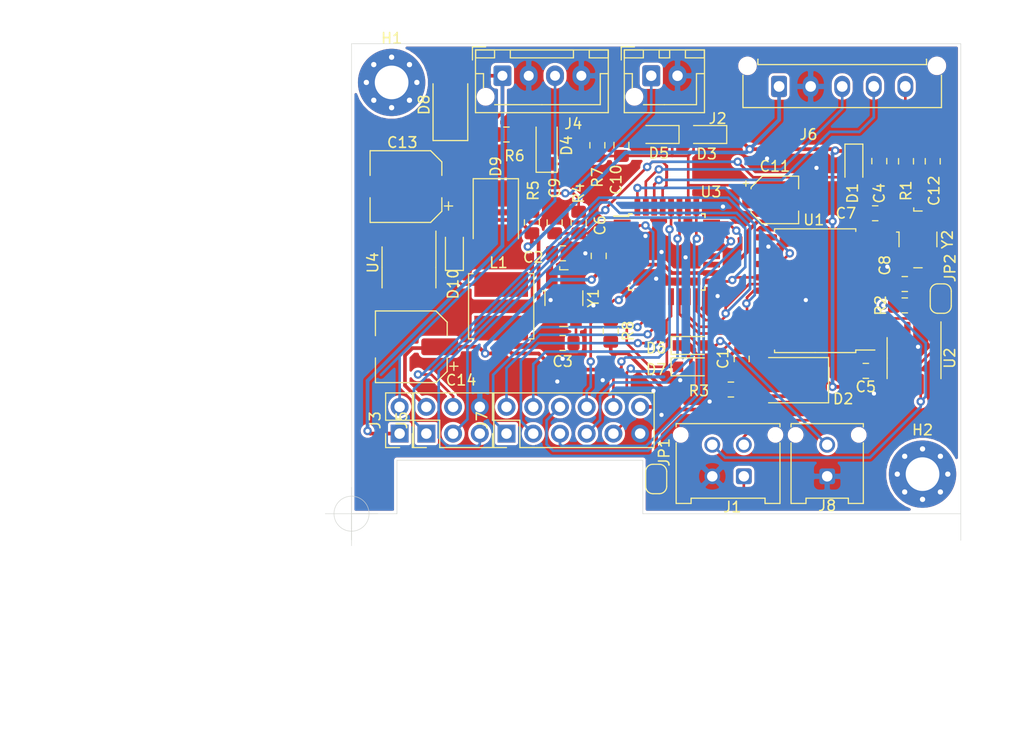
<source format=kicad_pcb>
(kicad_pcb (version 20171130) (host pcbnew "(5.1.6-0-10_14)")
  (layers (0 F.Cu signal) (31 B.Cu signal) (34 B.Paste user) (35 F.Paste user) (36 B.SilkS user) (37 F.SilkS user) (38 B.Mask user) (39 F.Mask user) (44 Edge.Cuts user))
  (net 0 "")
  (net 1 GND)
  (net 2 "Net-(C2-Pad2)")
  (net 3 D5)
  (net 4 D6)
  (net 5 D7)
  (net 6 SCK)
  (net 7 MOSI)
  (net 8 MISO)
  (net 9 +5V)
  (net 10 RESET)
  (net 11 D2)
  (net 12 TXD)
  (net 13 RXD)
  (net 14 SCL)
  (net 15 SDA)
  (net 16 A3)
  (net 17 A2)
  (net 18 A1)
  (net 19 A0)
  (net 20 SS)
  (net 21 D9)
  (net 22 D8)
  (net 23 D4)
  (net 24 D3)
  (net 25 +12V)
  (net 26 "Net-(H1-Pad1)")
  (net 27 "Net-(H2-Pad1)")
  (net 28 "Net-(C3-Pad2)")
  (net 29 "Net-(C7-Pad1)")
  (net 30 "Net-(C8-Pad1)")
  (net 31 "Net-(U1-Pad2)")
  (net 32 "Net-(U1-Pad1)")
  (net 33 INSTR.BEL)
  (net 34 "Net-(R3-Pad2)")
  (net 35 "Net-(C12-Pad1)")
  (net 36 "Net-(C13-Pad1)")
  (net 37 "Net-(D10-Pad1)")
  (net 38 "Net-(J1-Pad1)")
  (net 39 "Net-(J2-Pad1)")
  (net 40 "Net-(JP2-Pad1)")
  (net 41 CANH)
  (net 42 CANL)
  (module Connector_PinHeader_2.54mm:PinHeader_2x03_P2.54mm_Vertical (layer F.Cu) (at 134.112 114.3 90)
    (fp_text reference J5 (at 1.27 -2.33 90) (layer F.SilkS))
    (fp_text value ISP)
    (pad 6 thru_hole oval (at 2.54 5.08 90) (size 1.7 1.7) (drill 1) (layers *.Cu *.Mask) (net 1 GND))
    (pad 5 thru_hole oval (at 0 5.08 90) (size 1.7 1.7) (drill 1) (layers *.Cu *.Mask) (net 10 RESET))
    (pad 4 thru_hole oval (at 2.54 2.54 90) (size 1.7 1.7) (drill 1) (layers *.Cu *.Mask) (net 7 MOSI))
    (pad 3 thru_hole oval (at 0 2.54 90) (size 1.7 1.7) (drill 1) (layers *.Cu *.Mask) (net 6 SCK))
    (pad 2 thru_hole oval (at 2.54 0 90) (size 1.7 1.7) (drill 1) (layers *.Cu *.Mask) (net 9 +5V))
    (pad 1 thru_hole rect (at 0 0 90) (size 1.7 1.7) (drill 1) (layers *.Cu *.Mask) (net 8 MISO))
  )
  (module Connector_JST:JST_XH_B2B-XH-AM_1x02_P2.50mm_Vertical (layer F.Cu) (at 155.488 80.264)
    (fp_text reference J2 (at 6.31 4.064) (layer F.SilkS))
    (fp_text value KEY)
    (pad "" np_thru_hole circle (at -1.6 2) (size 1.2 1.2) (drill 1.2) (layers *.Cu *.Mask))
    (pad 2 thru_hole oval (at 2.5 0) (size 1.7 2) (drill 1) (layers *.Cu *.Mask) (net 1 GND))
    (pad 1 thru_hole roundrect (at 0 0) (size 1.7 2) (drill 1) (layers *.Cu *.Mask) (roundrect_rratio 0.147059) (net 39 "Net-(J2-Pad1)"))
  )
  (module Connector_JST:JST_XH_B4B-XH-AM_1x04_P2.50mm_Vertical (layer F.Cu) (at 141.344 80.264)
    (fp_text reference J4 (at 6.738 4.572) (layer F.SilkS))
    (fp_text value PWR)
    (pad "" np_thru_hole circle (at -1.6 2) (size 1.2 1.2) (drill 1.2) (layers *.Cu *.Mask))
    (pad 4 thru_hole oval (at 7.5 0) (size 1.7 1.95) (drill 0.95) (layers *.Cu *.Mask) (net 1 GND))
    (pad 3 thru_hole oval (at 5 0) (size 1.7 1.95) (drill 0.95) (layers *.Cu *.Mask) (net 33 INSTR.BEL))
    (pad 2 thru_hole oval (at 2.5 0) (size 1.7 1.95) (drill 0.95) (layers *.Cu *.Mask) (net 1 GND))
    (pad 1 thru_hole roundrect (at 0 0) (size 1.7 1.95) (drill 0.95) (layers *.Cu *.Mask) (roundrect_rratio 0.147059) (net 25 +12V))
  )
  (module Connector_PinHeader_2.54mm:PinHeader_2x01_P2.54mm_Vertical (layer F.Cu) (at 131.572 114.3 90)
    (fp_text reference J3 (at 1.27 -2.33 90) (layer F.SilkS))
    (fp_text value +12V)
    (pad 2 thru_hole oval (at 2.54 0 90) (size 1.7 1.7) (drill 1) (layers *.Cu *.Mask) (net 33 INSTR.BEL))
    (pad 1 thru_hole rect (at 0 0 90) (size 1.7 1.7) (drill 1) (layers *.Cu *.Mask) (net 25 +12V))
  )
  (module Connector_Molex:Molex_Micro-Fit_3.0_43650-0515_1x05_P3.00mm_Vertical (layer F.Cu) (at 167.64 81.28)
    (fp_text reference J6 (at 2.794 4.572) (layer F.SilkS))
    (fp_text value PROG/SERIAL)
    (pad 5 thru_hole oval (at 12 0) (size 1.5 2.02) (drill 1.02) (layers *.Cu *.Mask) (net 35 "Net-(C12-Pad1)"))
    (pad 4 thru_hole oval (at 9 0) (size 1.5 2.02) (drill 1.02) (layers *.Cu *.Mask) (net 13 RXD))
    (pad 3 thru_hole oval (at 6 0) (size 1.5 2.02) (drill 1.02) (layers *.Cu *.Mask) (net 12 TXD))
    (pad 2 thru_hole oval (at 3 0) (size 1.5 2.02) (drill 1.02) (layers *.Cu *.Mask) (net 1 GND))
    (pad 1 thru_hole roundrect (at 0 0) (size 1.5 2.02) (drill 1.02) (layers *.Cu *.Mask) (roundrect_rratio 0.166667) (net 9 +5V))
    (pad "" np_thru_hole circle (at 15 -1.96) (size 1.27 1.27) (drill 1.27) (layers *.Cu *.Mask))
    (pad "" np_thru_hole circle (at -3 -1.96) (size 1.27 1.27) (drill 1.27) (layers *.Cu *.Mask))
  )
  (module Connector_PinHeader_2.54mm:PinHeader_2x06_P2.54mm_Vertical (layer F.Cu) (at 141.732 114.3 90)
    (fp_text reference J7 (at 1.27 -2.33 90) (layer F.SilkS))
    (fp_text value EXT)
    (pad 12 thru_hole oval (at 2.54 12.7 90) (size 1.7 1.7) (drill 1) (layers *.Cu *.Mask) (net 9 +5V))
    (pad 11 thru_hole oval (at 0 12.7 90) (size 1.7 1.7) (drill 1) (layers *.Cu *.Mask) (net 1 GND))
    (pad 10 thru_hole oval (at 2.54 10.16 90) (size 1.7 1.7) (drill 1) (layers *.Cu *.Mask) (net 14 SCL))
    (pad 9 thru_hole oval (at 0 10.16 90) (size 1.7 1.7) (drill 1) (layers *.Cu *.Mask) (net 15 SDA))
    (pad 8 thru_hole oval (at 2.54 7.62 90) (size 1.7 1.7) (drill 1) (layers *.Cu *.Mask) (net 23 D4))
    (pad 7 thru_hole oval (at 0 7.62 90) (size 1.7 1.7) (drill 1) (layers *.Cu *.Mask) (net 17 A2))
    (pad 6 thru_hole oval (at 2.54 5.08 90) (size 1.7 1.7) (drill 1) (layers *.Cu *.Mask) (net 18 A1))
    (pad 5 thru_hole oval (at 0 5.08 90) (size 1.7 1.7) (drill 1) (layers *.Cu *.Mask) (net 19 A0))
    (pad 4 thru_hole oval (at 2.54 2.54 90) (size 1.7 1.7) (drill 1) (layers *.Cu *.Mask) (net 21 D9))
    (pad 3 thru_hole oval (at 0 2.54 90) (size 1.7 1.7) (drill 1) (layers *.Cu *.Mask) (net 22 D8))
    (pad 2 thru_hole oval (at 2.54 0 90) (size 1.7 1.7) (drill 1) (layers *.Cu *.Mask) (net 5 D7))
    (pad 1 thru_hole rect (at 0 0 90) (size 1.7 1.7) (drill 1) (layers *.Cu *.Mask) (net 4 D6))
  )
  (module Package_SO:SOIC-18W_7.5x11.6mm_P1.27mm (layer F.Cu) (at 171.069 100.711 180)
    (fp_text reference U1 (at 0.127 6.731) (layer F.SilkS))
    (fp_text value MCP2515-xSO)
    (pad 18 smd roundrect (at 4.65 -5.08 180) (size 2.05 0.6) (layers F.Cu F.Paste F.Mask) (net 9 +5V))
    (pad 17 smd roundrect (at 4.65 -3.81 180) (size 2.05 0.6) (layers F.Cu F.Paste F.Mask) (net 34 "Net-(R3-Pad2)"))
    (pad 16 smd roundrect (at 4.65 -2.54 180) (size 2.05 0.6) (layers F.Cu F.Paste F.Mask) (net 20 SS))
    (pad 15 smd roundrect (at 4.65 -1.27 180) (size 2.05 0.6) (layers F.Cu F.Paste F.Mask) (net 8 MISO))
    (pad 14 smd roundrect (at 4.65 0 180) (size 2.05 0.6) (layers F.Cu F.Paste F.Mask) (net 7 MOSI))
    (pad 13 smd roundrect (at 4.65 1.27 180) (size 2.05 0.6) (layers F.Cu F.Paste F.Mask) (net 6 SCK))
    (pad 12 smd roundrect (at 4.65 2.54 180) (size 2.05 0.6) (layers F.Cu F.Paste F.Mask) (net 11 D2))
    (pad 11 smd roundrect (at 4.65 3.81 180) (size 2.05 0.6) (layers F.Cu F.Paste F.Mask))
    (pad 10 smd roundrect (at 4.65 5.08 180) (size 2.05 0.6) (layers F.Cu F.Paste F.Mask))
    (pad 9 smd roundrect (at -4.65 5.08 180) (size 2.05 0.6) (layers F.Cu F.Paste F.Mask) (net 1 GND))
    (pad 8 smd roundrect (at -4.65 3.81 180) (size 2.05 0.6) (layers F.Cu F.Paste F.Mask) (net 29 "Net-(C7-Pad1)"))
    (pad 7 smd roundrect (at -4.65 2.54 180) (size 2.05 0.6) (layers F.Cu F.Paste F.Mask) (net 30 "Net-(C8-Pad1)"))
    (pad 6 smd roundrect (at -4.65 1.27 180) (size 2.05 0.6) (layers F.Cu F.Paste F.Mask))
    (pad 5 smd roundrect (at -4.65 0 180) (size 2.05 0.6) (layers F.Cu F.Paste F.Mask))
    (pad 4 smd roundrect (at -4.65 -1.27 180) (size 2.05 0.6) (layers F.Cu F.Paste F.Mask))
    (pad 3 smd roundrect (at -4.65 -2.54 180) (size 2.05 0.6) (layers F.Cu F.Paste F.Mask))
    (pad 2 smd roundrect (at -4.65 -3.81 180) (size 2.05 0.6) (layers F.Cu F.Paste F.Mask) (net 31 "Net-(U1-Pad2)"))
    (pad 1 smd roundrect (at -4.65 -5.08 180) (size 2.05 0.6) (layers F.Cu F.Paste F.Mask) (net 32 "Net-(U1-Pad1)"))
  )
  (module Diode_SMD:D_SMB (layer F.Cu) (at 168.792 109.22 180)
    (fp_text reference D2 (at -4.944 -1.778) (layer F.SilkS))
    (fp_text value SMBJ5.0CA)
    (pad 2 smd rect (at 2.15 0 180) (size 2.5 2.3) (layers F.Cu F.Paste F.Mask) (net 1 GND))
    (pad 1 smd rect (at -2.15 0 180) (size 2.5 2.3) (layers F.Cu F.Paste F.Mask) (net 9 +5V))
  )
  (module Diode_SMD:D_SMA (layer F.Cu) (at 136.398 83.026 90)
    (fp_text reference D8 (at 0 -2.5 90) (layer F.SilkS))
    (fp_text value US1G)
    (pad 2 smd rect (at 2 0 90) (size 2.5 1.8) (layers F.Cu F.Paste F.Mask) (net 25 +12V))
    (pad 1 smd rect (at -2 0 90) (size 2.5 1.8) (layers F.Cu F.Paste F.Mask) (net 36 "Net-(C13-Pad1)"))
  )
  (module Connector_Molex:Molex_Micro-Fit_3.0_43045-0212_2x01_P3.00mm_Vertical (layer F.Cu) (at 172.212 118.364 180)
    (fp_text reference J8 (at 0 -2.794) (layer F.SilkS))
    (fp_text value 1Wire)
    (pad 2 thru_hole circle (at 0 3 180) (size 1.5 1.5) (drill 1) (layers *.Cu *.Mask) (net 3 D5))
    (pad 1 thru_hole roundrect (at 0 0 180) (size 1.5 1.5) (drill 1) (layers *.Cu *.Mask) (roundrect_rratio 0.166667) (net 1 GND))
    (pad "" np_thru_hole circle (at 3 3.94 180) (size 1 1) (drill 1) (layers *.Cu *.Mask))
    (pad "" np_thru_hole circle (at -3 3.94 180) (size 1 1) (drill 1) (layers *.Cu *.Mask))
  )
  (module Diode_SMD:D_SOD-323_HandSoldering (layer F.Cu) (at 159.278 107.95)
    (fp_text reference D7 (at -3.322 0.254) (layer F.SilkS))
    (fp_text value 1N5818)
    (pad 2 smd rect (at 1.25 0) (size 1 1) (layers F.Cu F.Paste F.Mask) (net 1 GND))
    (pad 1 smd rect (at -1.25 0) (size 1 1) (layers F.Cu F.Paste F.Mask) (net 3 D5))
  )
  (module Diode_SMD:D_SOD-323_HandSoldering (layer F.Cu) (at 159.278 105.918)
    (fp_text reference D6 (at -3.322 0.254) (layer F.SilkS))
    (fp_text value 1N5818)
    (pad 2 smd rect (at 1.25 0) (size 1 1) (layers F.Cu F.Paste F.Mask) (net 3 D5))
    (pad 1 smd rect (at -1.25 0) (size 1 1) (layers F.Cu F.Paste F.Mask) (net 9 +5V))
  )
  (module Diode_SMD:D_SOD-323_HandSoldering (layer F.Cu) (at 156.23 85.852 180)
    (fp_text reference D5 (at 0.02 -1.778) (layer F.SilkS))
    (fp_text value 1N5818)
    (pad 2 smd rect (at 1.25 0 180) (size 1 1) (layers F.Cu F.Paste F.Mask) (net 1 GND))
    (pad 1 smd rect (at -1.25 0 180) (size 1 1) (layers F.Cu F.Paste F.Mask) (net 16 A3))
  )
  (module Diode_SMD:D_SOD-323_HandSoldering (layer F.Cu) (at 160.762 85.852 180)
    (fp_text reference D3 (at 0 -1.85) (layer F.SilkS))
    (fp_text value 1N5818)
    (pad 2 smd rect (at 1.25 0 180) (size 1 1) (layers F.Cu F.Paste F.Mask) (net 16 A3))
    (pad 1 smd rect (at -1.25 0 180) (size 1 1) (layers F.Cu F.Paste F.Mask) (net 9 +5V))
  )
  (module Diode_SMD:D_SOD-323_HandSoldering (layer F.Cu) (at 174.752 88.666 270)
    (fp_text reference D1 (at 2.774 0.127 90) (layer F.SilkS))
    (fp_text value 1N5818)
    (pad 2 smd rect (at 1.25 0 270) (size 1 1) (layers F.Cu F.Paste F.Mask) (net 10 RESET))
    (pad 1 smd rect (at -1.25 0 270) (size 1 1) (layers F.Cu F.Paste F.Mask) (net 9 +5V))
  )
  (module Diode_SMD:D_SOD-323_HandSoldering (layer F.Cu) (at 136.779 96.881 90)
    (fp_text reference D10 (at -3.195 -0.127 90) (layer F.SilkS))
    (fp_text value 1N5819)
    (pad 2 smd rect (at 1.25 0 90) (size 1 1) (layers F.Cu F.Paste F.Mask) (net 1 GND))
    (pad 1 smd rect (at -1.25 0 90) (size 1 1) (layers F.Cu F.Paste F.Mask) (net 37 "Net-(D10-Pad1)"))
  )
  (module Crystal:Crystal_SMD_EuroQuartz_MJ-4Pin_5.0x3.2mm (layer F.Cu) (at 180.841 95.83 270)
    (fp_text reference Y2 (at 0 -2.8 90) (layer F.SilkS))
    (fp_text value 16MHz)
    (pad 4 smd rect (at -1.85 -1.15 270) (size 1.9 1.1) (layers F.Cu F.Paste F.Mask) (net 1 GND))
    (pad 3 smd rect (at 1.85 -1.15 270) (size 1.9 1.1) (layers F.Cu F.Paste F.Mask) (net 30 "Net-(C8-Pad1)"))
    (pad 2 smd rect (at 1.85 1.15 270) (size 1.9 1.1) (layers F.Cu F.Paste F.Mask) (net 1 GND))
    (pad 1 smd rect (at -1.85 1.15 270) (size 1.9 1.1) (layers F.Cu F.Paste F.Mask) (net 29 "Net-(C7-Pad1)"))
  )
  (module Crystal:Crystal_SMD_EuroQuartz_MJ-4Pin_5.0x3.2mm (layer F.Cu) (at 147.186 101.418 270)
    (fp_text reference Y1 (at 0 -2.8 90) (layer F.SilkS))
    (fp_text value 16MHz)
    (pad 4 smd rect (at -1.85 -1.15 270) (size 1.9 1.1) (layers F.Cu F.Paste F.Mask) (net 1 GND))
    (pad 3 smd rect (at 1.85 -1.15 270) (size 1.9 1.1) (layers F.Cu F.Paste F.Mask) (net 28 "Net-(C3-Pad2)"))
    (pad 2 smd rect (at 1.85 1.15 270) (size 1.9 1.1) (layers F.Cu F.Paste F.Mask) (net 1 GND))
    (pad 1 smd rect (at -1.85 1.15 270) (size 1.9 1.1) (layers F.Cu F.Paste F.Mask) (net 2 "Net-(C2-Pad2)"))
  )
  (module Jumper:SolderJumper-2_P1.3mm_Open_RoundedPad1.0x1.5mm (layer F.Cu) (at 155.956 118.618 270)
    (fp_text reference JP1 (at -2.54 -0.762 90) (layer F.SilkS))
    (fp_text value CAN_PWR)
    (pad 2 smd custom (at 0.65 0 270) (size 1 0.5) (layers F.Cu F.Mask) (net 38 "Net-(J1-Pad1)") (options (clearance outline) (anchor rect)) (primitives (gr_circle (center 0 0.25) (end 0.5 0.25) (width 0)) (gr_circle (center 0 -0.25) (end 0.5 -0.25) (width 0)) (gr_poly (pts (xy 0 -0.75) (xy -0.5 -0.75) (xy -0.5 0.75) (xy 0 0.75)) (width 0))))
    (pad 1 smd custom (at -0.65 0 270) (size 1 0.5) (layers F.Cu F.Mask) (net 9 +5V) (options (clearance outline) (anchor rect)) (primitives (gr_circle (center 0 0.25) (end 0.5 0.25) (width 0)) (gr_circle (center 0 -0.25) (end 0.5 -0.25) (width 0)) (gr_poly (pts (xy 0 -0.75) (xy 0.5 -0.75) (xy 0.5 0.75) (xy 0 0.75)) (width 0))))
  )
  (module Resistor_SMD:R_0805_2012Metric_Pad1.15x1.40mm_HandSolder (layer F.Cu) (at 150.368 86.877 90)
    (fp_text reference R7 (at -3.057 0 90) (layer F.SilkS))
    (fp_text value 22k)
    (pad 2 smd roundrect (at 1.025 0 90) (size 1.15 1.4) (layers F.Cu F.Paste F.Mask) (roundrect_rratio 0.217391) (net 1 GND))
    (pad 1 smd roundrect (at -1.025 0 90) (size 1.15 1.4) (layers F.Cu F.Paste F.Mask) (roundrect_rratio 0.217391) (net 16 A3))
  )
  (module Resistor_SMD:R_0805_2012Metric_Pad1.15x1.40mm_HandSolder (layer F.Cu) (at 141.723 85.852 180)
    (fp_text reference R6 (at -0.771 -2.032) (layer F.SilkS))
    (fp_text value 82k)
    (pad 2 smd roundrect (at 1.025 0 180) (size 1.15 1.4) (layers F.Cu F.Paste F.Mask) (roundrect_rratio 0.217391) (net 25 +12V))
    (pad 1 smd roundrect (at -1.025 0 180) (size 1.15 1.4) (layers F.Cu F.Paste F.Mask) (roundrect_rratio 0.217391) (net 16 A3))
  )
  (module Diode_SMD:D_MiniMELF (layer F.Cu) (at 145.542 86.896 90)
    (fp_text reference D4 (at 0 1.905 90) (layer F.SilkS))
    (fp_text value BZV55-C12)
    (pad 2 smd rect (at 1.75 0 90) (size 1.3 1.7) (layers F.Cu F.Paste F.Mask) (net 1 GND))
    (pad 1 smd rect (at -1.75 0 90) (size 1.3 1.7) (layers F.Cu F.Paste F.Mask) (net 16 A3))
  )
  (module Capacitor_SMD:CP_Elec_4x3.9 (layer F.Cu) (at 167.237 92.075)
    (fp_text reference C11 (at 0 -3.2) (layer F.SilkS))
    (fp_text value 22u)
    (pad 2 smd roundrect (at 1.8 0) (size 2.6 1.6) (layers F.Cu F.Paste F.Mask) (roundrect_rratio 0.15625) (net 1 GND))
    (pad 1 smd roundrect (at -1.8 0) (size 2.6 1.6) (layers F.Cu F.Paste F.Mask) (roundrect_rratio 0.15625) (net 16 A3))
  )
  (module Capacitor_SMD:C_0805_2012Metric_Pad1.15x1.40mm_HandSolder (layer F.Cu) (at 152.654 86.859 90)
    (fp_text reference C10 (at -3.293 -0.508 90) (layer F.SilkS))
    (fp_text value 100n)
    (pad 2 smd roundrect (at 1.025 0 90) (size 1.15 1.4) (layers F.Cu F.Paste F.Mask) (roundrect_rratio 0.217391) (net 1 GND))
    (pad 1 smd roundrect (at -1.025 0 90) (size 1.15 1.4) (layers F.Cu F.Paste F.Mask) (roundrect_rratio 0.217391) (net 16 A3))
  )
  (module Package_SO:SOIC-8_3.9x4.9mm_P1.27mm (layer F.Cu) (at 132.461 98.49 270)
    (fp_text reference U4 (at -0.446 3.429 90) (layer F.SilkS))
    (fp_text value LM2594HVM-5.0)
    (pad 8 smd roundrect (at 2.475 -1.905 270) (size 1.95 0.6) (layers F.Cu F.Paste F.Mask) (net 37 "Net-(D10-Pad1)"))
    (pad 7 smd roundrect (at 2.475 -0.635 270) (size 1.95 0.6) (layers F.Cu F.Paste F.Mask) (net 36 "Net-(C13-Pad1)"))
    (pad 6 smd roundrect (at 2.475 0.635 270) (size 1.95 0.6) (layers F.Cu F.Paste F.Mask) (net 1 GND))
    (pad 5 smd roundrect (at 2.475 1.905 270) (size 1.95 0.6) (layers F.Cu F.Paste F.Mask) (net 1 GND))
    (pad 4 smd roundrect (at -2.475 1.905 270) (size 1.95 0.6) (layers F.Cu F.Paste F.Mask) (net 9 +5V))
    (pad 3 smd roundrect (at -2.475 0.635 270) (size 1.95 0.6) (layers F.Cu F.Paste F.Mask) (net 1 GND))
    (pad 2 smd roundrect (at -2.475 -0.635 270) (size 1.95 0.6) (layers F.Cu F.Paste F.Mask) (net 1 GND))
    (pad 1 smd roundrect (at -2.475 -1.905 270) (size 1.95 0.6) (layers F.Cu F.Paste F.Mask) (net 1 GND))
  )
  (module Inductor_SMD:L_Bourns_SRN6045TA (layer F.Cu) (at 141.224 102.192 270)
    (fp_text reference L1 (at -4.148 0.254 180) (layer F.SilkS))
    (fp_text value 100u)
    (pad 2 smd rect (at 2.075 0 270) (size 2.35 5.1) (layers F.Cu F.Paste F.Mask) (net 9 +5V))
    (pad 1 smd rect (at -2.075 0 270) (size 2.35 5.1) (layers F.Cu F.Paste F.Mask) (net 37 "Net-(D10-Pad1)"))
  )
  (module Diode_SMD:D_SMB (layer F.Cu) (at 140.716 93.608 270)
    (fp_text reference D9 (at -4.708 0 90) (layer F.SilkS))
    (fp_text value SMBJ15CA)
    (pad 2 smd rect (at 2.15 0 270) (size 2.5 2.3) (layers F.Cu F.Paste F.Mask) (net 1 GND))
    (pad 1 smd rect (at -2.15 0 270) (size 2.5 2.3) (layers F.Cu F.Paste F.Mask) (net 36 "Net-(C13-Pad1)"))
  )
  (module Capacitor_SMD:CP_Elec_6.3x7.7 (layer F.Cu) (at 132.682 106.045 180)
    (fp_text reference C14 (at -4.732 -3.175) (layer F.SilkS))
    (fp_text value 120u)
    (pad 2 smd roundrect (at 2.7 0 180) (size 3.5 1.6) (layers F.Cu F.Paste F.Mask) (roundrect_rratio 0.15625) (net 1 GND))
    (pad 1 smd roundrect (at -2.7 0 180) (size 3.5 1.6) (layers F.Cu F.Paste F.Mask) (roundrect_rratio 0.15625) (net 9 +5V))
  )
  (module Capacitor_SMD:CP_Elec_6.3x7.7 (layer F.Cu) (at 132.174 90.805 180)
    (fp_text reference C13 (at 0.348 4.191) (layer F.SilkS))
    (fp_text value 86u)
    (pad 2 smd roundrect (at 2.7 0 180) (size 3.5 1.6) (layers F.Cu F.Paste F.Mask) (roundrect_rratio 0.15625) (net 1 GND))
    (pad 1 smd roundrect (at -2.7 0 180) (size 3.5 1.6) (layers F.Cu F.Paste F.Mask) (roundrect_rratio 0.15625) (net 36 "Net-(C13-Pad1)"))
  )
  (module Capacitor_SMD:C_0805_2012Metric_Pad1.15x1.40mm_HandSolder (layer F.Cu) (at 177.165 88.383 270)
    (fp_text reference C4 (at 3.057 0 90) (layer F.SilkS))
    (fp_text value 4.7nF)
    (pad 2 smd roundrect (at 1.025 0 270) (size 1.15 1.4) (layers F.Cu F.Paste F.Mask) (roundrect_rratio 0.217391) (net 10 RESET))
    (pad 1 smd roundrect (at -1.025 0 270) (size 1.15 1.4) (layers F.Cu F.Paste F.Mask) (roundrect_rratio 0.217391) (net 1 GND))
  )
  (module Resistor_SMD:R_0805_2012Metric_Pad1.15x1.40mm_HandSolder (layer F.Cu) (at 144.145 94.225 270)
    (fp_text reference R5 (at -3.039 -0.127 90) (layer F.SilkS))
    (fp_text value 1k)
    (pad 2 smd roundrect (at 1.025 0 270) (size 1.15 1.4) (layers F.Cu F.Paste F.Mask) (roundrect_rratio 0.217391) (net 9 +5V))
    (pad 1 smd roundrect (at -1.025 0 270) (size 1.15 1.4) (layers F.Cu F.Paste F.Mask) (roundrect_rratio 0.217391) (net 39 "Net-(J2-Pad1)"))
  )
  (module Resistor_SMD:R_0805_2012Metric_Pad1.15x1.40mm_HandSolder (layer F.Cu) (at 148.59 94.225 270)
    (fp_text reference R4 (at -2.785 0 90) (layer F.SilkS))
    (fp_text value 10k)
    (pad 2 smd roundrect (at 1.025 0 270) (size 1.15 1.4) (layers F.Cu F.Paste F.Mask) (roundrect_rratio 0.217391) (net 24 D3))
    (pad 1 smd roundrect (at -1.025 0 270) (size 1.15 1.4) (layers F.Cu F.Paste F.Mask) (roundrect_rratio 0.217391) (net 39 "Net-(J2-Pad1)"))
  )
  (module Capacitor_SMD:C_0805_2012Metric_Pad1.15x1.40mm_HandSolder (layer F.Cu) (at 146.304 94.225 90)
    (fp_text reference C9 (at 3.293 0 90) (layer F.SilkS))
    (fp_text value 100n)
    (pad 2 smd roundrect (at 1.025 0 90) (size 1.15 1.4) (layers F.Cu F.Paste F.Mask) (roundrect_rratio 0.217391) (net 1 GND))
    (pad 1 smd roundrect (at -1.025 0 90) (size 1.15 1.4) (layers F.Cu F.Paste F.Mask) (roundrect_rratio 0.217391) (net 24 D3))
  )
  (module MountingHole:MountingHole_3.2mm_M3_Pad_Via (layer F.Cu) (at 181.275056 118.156056)
    (fp_text reference H2 (at 0 -4.2) (layer F.SilkS))
    (fp_text value MountingHole_Pad)
    (pad 1 thru_hole circle (at 1.697056 -1.697056) (size 0.8 0.8) (drill 0.5) (layers *.Cu *.Mask) (net 27 "Net-(H2-Pad1)"))
    (pad 1 thru_hole circle (at 0 -2.4) (size 0.8 0.8) (drill 0.5) (layers *.Cu *.Mask) (net 27 "Net-(H2-Pad1)"))
    (pad 1 thru_hole circle (at -1.697056 -1.697056) (size 0.8 0.8) (drill 0.5) (layers *.Cu *.Mask) (net 27 "Net-(H2-Pad1)"))
    (pad 1 thru_hole circle (at -2.4 0) (size 0.8 0.8) (drill 0.5) (layers *.Cu *.Mask) (net 27 "Net-(H2-Pad1)"))
    (pad 1 thru_hole circle (at -1.697056 1.697056) (size 0.8 0.8) (drill 0.5) (layers *.Cu *.Mask) (net 27 "Net-(H2-Pad1)"))
    (pad 1 thru_hole circle (at 0 2.4) (size 0.8 0.8) (drill 0.5) (layers *.Cu *.Mask) (net 27 "Net-(H2-Pad1)"))
    (pad 1 thru_hole circle (at 1.697056 1.697056) (size 0.8 0.8) (drill 0.5) (layers *.Cu *.Mask) (net 27 "Net-(H2-Pad1)"))
    (pad 1 thru_hole circle (at 2.4 0) (size 0.8 0.8) (drill 0.5) (layers *.Cu *.Mask) (net 27 "Net-(H2-Pad1)"))
    (pad 1 thru_hole circle (at 0 0) (size 6.4 6.4) (drill 3.2) (layers *.Cu *.Mask) (net 27 "Net-(H2-Pad1)"))
  )
  (module MountingHole:MountingHole_3.2mm_M3_Pad_Via (layer F.Cu) (at 130.81 80.899)
    (fp_text reference H1 (at 0 -4.2) (layer F.SilkS))
    (fp_text value MountingHole_Pad)
    (pad 1 thru_hole circle (at 1.697056 -1.697056) (size 0.8 0.8) (drill 0.5) (layers *.Cu *.Mask) (net 26 "Net-(H1-Pad1)"))
    (pad 1 thru_hole circle (at 0 -2.4) (size 0.8 0.8) (drill 0.5) (layers *.Cu *.Mask) (net 26 "Net-(H1-Pad1)"))
    (pad 1 thru_hole circle (at -1.697056 -1.697056) (size 0.8 0.8) (drill 0.5) (layers *.Cu *.Mask) (net 26 "Net-(H1-Pad1)"))
    (pad 1 thru_hole circle (at -2.4 0) (size 0.8 0.8) (drill 0.5) (layers *.Cu *.Mask) (net 26 "Net-(H1-Pad1)"))
    (pad 1 thru_hole circle (at -1.697056 1.697056) (size 0.8 0.8) (drill 0.5) (layers *.Cu *.Mask) (net 26 "Net-(H1-Pad1)"))
    (pad 1 thru_hole circle (at 0 2.4) (size 0.8 0.8) (drill 0.5) (layers *.Cu *.Mask) (net 26 "Net-(H1-Pad1)"))
    (pad 1 thru_hole circle (at 1.697056 1.697056) (size 0.8 0.8) (drill 0.5) (layers *.Cu *.Mask) (net 26 "Net-(H1-Pad1)"))
    (pad 1 thru_hole circle (at 2.4 0) (size 0.8 0.8) (drill 0.5) (layers *.Cu *.Mask) (net 26 "Net-(H1-Pad1)"))
    (pad 1 thru_hole circle (at 0 0) (size 6.4 6.4) (drill 3.2) (layers *.Cu *.Mask) (net 26 "Net-(H1-Pad1)"))
  )
  (module Package_SO:SOIC-8_3.9x4.9mm_P1.27mm (layer F.Cu) (at 180.467 107.123 270)
    (fp_text reference U2 (at 0 -3.4 90) (layer F.SilkS))
    (fp_text value MCP2562-E-SN)
    (pad 8 smd roundrect (at 2.475 -1.905 270) (size 1.95 0.6) (layers F.Cu F.Paste F.Mask) (net 1 GND))
    (pad 7 smd roundrect (at 2.475 -0.635 270) (size 1.95 0.6) (layers F.Cu F.Paste F.Mask) (net 41 CANH))
    (pad 6 smd roundrect (at 2.475 0.635 270) (size 1.95 0.6) (layers F.Cu F.Paste F.Mask) (net 42 CANL))
    (pad 5 smd roundrect (at 2.475 1.905 270) (size 1.95 0.6) (layers F.Cu F.Paste F.Mask) (net 9 +5V))
    (pad 4 smd roundrect (at -2.475 1.905 270) (size 1.95 0.6) (layers F.Cu F.Paste F.Mask) (net 31 "Net-(U1-Pad2)"))
    (pad 3 smd roundrect (at -2.475 0.635 270) (size 1.95 0.6) (layers F.Cu F.Paste F.Mask) (net 9 +5V))
    (pad 2 smd roundrect (at -2.475 -0.635 270) (size 1.95 0.6) (layers F.Cu F.Paste F.Mask) (net 1 GND))
    (pad 1 smd roundrect (at -2.475 -1.905 270) (size 1.95 0.6) (layers F.Cu F.Paste F.Mask) (net 32 "Net-(U1-Pad1)"))
  )
  (module Resistor_SMD:R_0805_2012Metric_Pad1.15x1.40mm_HandSolder (layer F.Cu) (at 163.059 110.109 180)
    (fp_text reference R3 (at 3.039 -0.127) (layer F.SilkS))
    (fp_text value 10k)
    (pad 2 smd roundrect (at 1.025 0 180) (size 1.15 1.4) (layers F.Cu F.Paste F.Mask) (roundrect_rratio 0.217391) (net 34 "Net-(R3-Pad2)"))
    (pad 1 smd roundrect (at -1.025 0 180) (size 1.15 1.4) (layers F.Cu F.Paste F.Mask) (roundrect_rratio 0.217391) (net 9 +5V))
  )
  (module Connector_Molex:Molex_Micro-Fit_3.0_43045-0412_2x02_P3.00mm_Vertical (layer F.Cu) (at 164.29 118.364 180)
    (fp_text reference J1 (at 1.095 -2.921) (layer F.SilkS))
    (fp_text value CAN)
    (pad 4 thru_hole circle (at 3 3 180) (size 1.5 1.5) (drill 1) (layers *.Cu *.Mask) (net 41 CANH))
    (pad 3 thru_hole circle (at 0 3 180) (size 1.5 1.5) (drill 1) (layers *.Cu *.Mask) (net 42 CANL))
    (pad 2 thru_hole circle (at 3 0 180) (size 1.5 1.5) (drill 1) (layers *.Cu *.Mask) (net 1 GND))
    (pad 1 thru_hole roundrect (at 0 0 180) (size 1.5 1.5) (drill 1) (layers *.Cu *.Mask) (roundrect_rratio 0.166667) (net 38 "Net-(J1-Pad1)"))
    (pad "" np_thru_hole circle (at 6 3.94 180) (size 1 1) (drill 1) (layers *.Cu *.Mask))
    (pad "" np_thru_hole circle (at -3 3.94 180) (size 1 1) (drill 1) (layers *.Cu *.Mask))
  )
  (module Resistor_SMD:R_0805_2012Metric_Pad1.15x1.40mm_HandSolder (layer F.Cu) (at 151.638 104.53 270)
    (fp_text reference R8 (at 0 -1.65 90) (layer F.SilkS))
    (fp_text value 4,7k)
    (pad 2 smd roundrect (at 1.025 0 270) (size 1.15 1.4) (layers F.Cu F.Paste F.Mask) (roundrect_rratio 0.217391) (net 9 +5V))
    (pad 1 smd roundrect (at -1.025 0 270) (size 1.15 1.4) (layers F.Cu F.Paste F.Mask) (roundrect_rratio 0.217391) (net 3 D5))
  )
  (module Package_QFP:TQFP-32_7x7mm_P0.8mm (layer F.Cu) (at 156.972 97.028)
    (fp_text reference U3 (at 4.191 -5.715) (layer F.SilkS))
    (fp_text value ATmega328P-AU)
    (pad 32 smd rect (at -2.8 -4.25 90) (size 1.6 0.55) (layers F.Cu F.Paste F.Mask) (net 11 D2))
    (pad 31 smd rect (at -2 -4.25 90) (size 1.6 0.55) (layers F.Cu F.Paste F.Mask) (net 12 TXD))
    (pad 30 smd rect (at -1.2 -4.25 90) (size 1.6 0.55) (layers F.Cu F.Paste F.Mask) (net 13 RXD))
    (pad 29 smd rect (at -0.4 -4.25 90) (size 1.6 0.55) (layers F.Cu F.Paste F.Mask) (net 10 RESET))
    (pad 28 smd rect (at 0.4 -4.25 90) (size 1.6 0.55) (layers F.Cu F.Paste F.Mask) (net 14 SCL))
    (pad 27 smd rect (at 1.2 -4.25 90) (size 1.6 0.55) (layers F.Cu F.Paste F.Mask) (net 15 SDA))
    (pad 26 smd rect (at 2 -4.25 90) (size 1.6 0.55) (layers F.Cu F.Paste F.Mask) (net 16 A3))
    (pad 25 smd rect (at 2.8 -4.25 90) (size 1.6 0.55) (layers F.Cu F.Paste F.Mask) (net 17 A2))
    (pad 24 smd rect (at 4.25 -2.8) (size 1.6 0.55) (layers F.Cu F.Paste F.Mask) (net 18 A1))
    (pad 23 smd rect (at 4.25 -2) (size 1.6 0.55) (layers F.Cu F.Paste F.Mask) (net 19 A0))
    (pad 22 smd rect (at 4.25 -1.2) (size 1.6 0.55) (layers F.Cu F.Paste F.Mask))
    (pad 21 smd rect (at 4.25 -0.4) (size 1.6 0.55) (layers F.Cu F.Paste F.Mask) (net 1 GND))
    (pad 20 smd rect (at 4.25 0.4) (size 1.6 0.55) (layers F.Cu F.Paste F.Mask))
    (pad 19 smd rect (at 4.25 1.2) (size 1.6 0.55) (layers F.Cu F.Paste F.Mask))
    (pad 18 smd rect (at 4.25 2) (size 1.6 0.55) (layers F.Cu F.Paste F.Mask) (net 9 +5V))
    (pad 17 smd rect (at 4.25 2.8) (size 1.6 0.55) (layers F.Cu F.Paste F.Mask) (net 6 SCK))
    (pad 16 smd rect (at 2.8 4.25 90) (size 1.6 0.55) (layers F.Cu F.Paste F.Mask) (net 8 MISO))
    (pad 15 smd rect (at 2 4.25 90) (size 1.6 0.55) (layers F.Cu F.Paste F.Mask) (net 7 MOSI))
    (pad 14 smd rect (at 1.2 4.25 90) (size 1.6 0.55) (layers F.Cu F.Paste F.Mask) (net 20 SS))
    (pad 13 smd rect (at 0.4 4.25 90) (size 1.6 0.55) (layers F.Cu F.Paste F.Mask) (net 21 D9))
    (pad 12 smd rect (at -0.4 4.25 90) (size 1.6 0.55) (layers F.Cu F.Paste F.Mask) (net 22 D8))
    (pad 11 smd rect (at -1.2 4.25 90) (size 1.6 0.55) (layers F.Cu F.Paste F.Mask) (net 5 D7))
    (pad 10 smd rect (at -2 4.25 90) (size 1.6 0.55) (layers F.Cu F.Paste F.Mask) (net 4 D6))
    (pad 9 smd rect (at -2.8 4.25 90) (size 1.6 0.55) (layers F.Cu F.Paste F.Mask) (net 3 D5))
    (pad 8 smd rect (at -4.25 2.8) (size 1.6 0.55) (layers F.Cu F.Paste F.Mask) (net 28 "Net-(C3-Pad2)"))
    (pad 7 smd rect (at -4.25 2) (size 1.6 0.55) (layers F.Cu F.Paste F.Mask) (net 2 "Net-(C2-Pad2)"))
    (pad 6 smd rect (at -4.25 1.2) (size 1.6 0.55) (layers F.Cu F.Paste F.Mask) (net 9 +5V))
    (pad 5 smd rect (at -4.25 0.4) (size 1.6 0.55) (layers F.Cu F.Paste F.Mask) (net 1 GND))
    (pad 4 smd rect (at -4.25 -0.4) (size 1.6 0.55) (layers F.Cu F.Paste F.Mask) (net 9 +5V))
    (pad 3 smd rect (at -4.25 -1.2) (size 1.6 0.55) (layers F.Cu F.Paste F.Mask) (net 1 GND))
    (pad 2 smd rect (at -4.25 -2) (size 1.6 0.55) (layers F.Cu F.Paste F.Mask) (net 23 D4))
    (pad 1 smd rect (at -4.25 -2.8) (size 1.6 0.55) (layers F.Cu F.Paste F.Mask) (net 24 D3))
  )
  (module Capacitor_SMD:C_0805_2012Metric_Pad1.15x1.40mm_HandSolder (layer F.Cu) (at 175.886 108.331)
    (fp_text reference C5 (at -0.009 1.524) (layer F.SilkS))
    (fp_text value 100n)
    (pad 2 smd roundrect (at 1.025 0) (size 1.15 1.4) (layers F.Cu F.Paste F.Mask) (roundrect_rratio 0.217391) (net 9 +5V))
    (pad 1 smd roundrect (at -1.025 0) (size 1.15 1.4) (layers F.Cu F.Paste F.Mask) (roundrect_rratio 0.217391) (net 1 GND))
  )
  (module Capacitor_SMD:C_0805_2012Metric_Pad1.15x1.40mm_HandSolder (layer F.Cu) (at 164.084 107.197 90)
    (fp_text reference C1 (at 0.009 -1.778 90) (layer F.SilkS))
    (fp_text value 100n)
    (pad 2 smd roundrect (at 1.025 0 90) (size 1.15 1.4) (layers F.Cu F.Paste F.Mask) (roundrect_rratio 0.217391) (net 9 +5V))
    (pad 1 smd roundrect (at -1.025 0 90) (size 1.15 1.4) (layers F.Cu F.Paste F.Mask) (roundrect_rratio 0.217391) (net 1 GND))
  )
  (module Capacitor_SMD:C_0805_2012Metric_Pad1.15x1.40mm_HandSolder (layer F.Cu) (at 150.495 97.4 90)
    (fp_text reference C6 (at 2.912 0.127 90) (layer F.SilkS))
    (fp_text value 100n)
    (pad 2 smd roundrect (at 1.025 0 90) (size 1.15 1.4) (layers F.Cu F.Paste F.Mask) (roundrect_rratio 0.217391) (net 1 GND))
    (pad 1 smd roundrect (at -1.025 0 90) (size 1.15 1.4) (layers F.Cu F.Paste F.Mask) (roundrect_rratio 0.217391) (net 9 +5V))
  )
  (module Capacitor_SMD:C_0805_2012Metric_Pad1.15x1.40mm_HandSolder (layer F.Cu) (at 182.245 88.401 270)
    (fp_text reference C12 (at 2.803 -0.127 90) (layer F.SilkS))
    (fp_text value 100n)
    (pad 2 smd roundrect (at 1.025 0 270) (size 1.15 1.4) (layers F.Cu F.Paste F.Mask) (roundrect_rratio 0.217391) (net 10 RESET))
    (pad 1 smd roundrect (at -1.025 0 270) (size 1.15 1.4) (layers F.Cu F.Paste F.Mask) (roundrect_rratio 0.217391) (net 35 "Net-(C12-Pad1)"))
  )
  (module Resistor_SMD:R_0805_2012Metric_Pad1.15x1.40mm_HandSolder (layer F.Cu) (at 179.587 102.108 180)
    (fp_text reference R2 (at 2.295 0 90) (layer F.SilkS))
    (fp_text value 120)
    (pad 2 smd roundrect (at 1.025 0 180) (size 1.15 1.4) (layers F.Cu F.Paste F.Mask) (roundrect_rratio 0.217391) (net 41 CANH))
    (pad 1 smd roundrect (at -1.025 0 180) (size 1.15 1.4) (layers F.Cu F.Paste F.Mask) (roundrect_rratio 0.217391) (net 40 "Net-(JP2-Pad1)"))
  )
  (module Resistor_SMD:R_0805_2012Metric_Pad1.15x1.40mm_HandSolder (layer F.Cu) (at 179.705 88.401 270)
    (fp_text reference R1 (at 2.803 0 90) (layer F.SilkS))
    (fp_text value 10k)
    (pad 2 smd roundrect (at 1.025 0 270) (size 1.15 1.4) (layers F.Cu F.Paste F.Mask) (roundrect_rratio 0.217391) (net 10 RESET))
    (pad 1 smd roundrect (at -1.025 0 270) (size 1.15 1.4) (layers F.Cu F.Paste F.Mask) (roundrect_rratio 0.217391) (net 9 +5V))
  )
  (module Jumper:SolderJumper-2_P1.3mm_Open_RoundedPad1.0x1.5mm (layer F.Cu) (at 183.007 101.458 270)
    (fp_text reference JP2 (at -2.906 -0.889 90) (layer F.SilkS))
    (fp_text value Jumper_NC_Small)
    (pad 2 smd custom (at 0.65 0 270) (size 1 0.5) (layers F.Cu F.Mask) (net 42 CANL) (options (clearance outline) (anchor rect)) (primitives (gr_circle (center 0 0.25) (end 0.5 0.25) (width 0)) (gr_circle (center 0 -0.25) (end 0.5 -0.25) (width 0)) (gr_poly (pts (xy 0 -0.75) (xy -0.5 -0.75) (xy -0.5 0.75) (xy 0 0.75)) (width 0))))
    (pad 1 smd custom (at -0.65 0 270) (size 1 0.5) (layers F.Cu F.Mask) (net 40 "Net-(JP2-Pad1)") (options (clearance outline) (anchor rect)) (primitives (gr_circle (center 0 0.25) (end 0.5 0.25) (width 0)) (gr_circle (center 0 -0.25) (end 0.5 -0.25) (width 0)) (gr_poly (pts (xy 0 -0.75) (xy 0.5 -0.75) (xy 0.5 0.75) (xy 0 0.75)) (width 0))))
  )
  (module Capacitor_SMD:C_0805_2012Metric_Pad1.15x1.40mm_HandSolder (layer F.Cu) (at 179.587 100.076 180)
    (fp_text reference C8 (at 1.896 1.778 90) (layer F.SilkS))
    (fp_text value 22p)
    (pad 2 smd roundrect (at 1.025 0 180) (size 1.15 1.4) (layers F.Cu F.Paste F.Mask) (roundrect_rratio 0.217391) (net 1 GND))
    (pad 1 smd roundrect (at -1.025 0 180) (size 1.15 1.4) (layers F.Cu F.Paste F.Mask) (roundrect_rratio 0.217391) (net 30 "Net-(C8-Pad1)"))
  )
  (module Capacitor_SMD:C_0805_2012Metric_Pad1.15x1.40mm_HandSolder (layer F.Cu) (at 176.775 93.345 180)
    (fp_text reference C7 (at 2.785 0) (layer F.SilkS))
    (fp_text value 22p)
    (pad 2 smd roundrect (at 1.025 0 180) (size 1.15 1.4) (layers F.Cu F.Paste F.Mask) (roundrect_rratio 0.217391) (net 1 GND))
    (pad 1 smd roundrect (at -1.025 0 180) (size 1.15 1.4) (layers F.Cu F.Paste F.Mask) (roundrect_rratio 0.217391) (net 29 "Net-(C7-Pad1)"))
  )
  (module Capacitor_SMD:C_0805_2012Metric_Pad1.15x1.40mm_HandSolder (layer F.Cu) (at 147.075 105.682)
    (fp_text reference C3 (at -0.009 1.76) (layer F.SilkS))
    (fp_text value 22p)
    (pad 2 smd roundrect (at 1.025 0) (size 1.15 1.4) (layers F.Cu F.Paste F.Mask) (roundrect_rratio 0.217391) (net 28 "Net-(C3-Pad2)"))
    (pad 1 smd roundrect (at -1.025 0) (size 1.15 1.4) (layers F.Cu F.Paste F.Mask) (roundrect_rratio 0.217391) (net 1 GND))
  )
  (module Capacitor_SMD:C_0805_2012Metric_Pad1.15x1.40mm_HandSolder (layer F.Cu) (at 147.075 97.155 180)
    (fp_text reference C2 (at 2.803 -0.381) (layer F.SilkS))
    (fp_text value 22p)
    (pad 2 smd roundrect (at 1.025 0 180) (size 1.15 1.4) (layers F.Cu F.Paste F.Mask) (roundrect_rratio 0.217391) (net 2 "Net-(C2-Pad2)"))
    (pad 1 smd roundrect (at -1.025 0 180) (size 1.15 1.4) (layers F.Cu F.Paste F.Mask) (roundrect_rratio 0.217391) (net 1 GND))
  )
  (gr_line (start 131.318 116.84) (end 154.686 116.84) (layer Edge.Cuts) (width 0.05))
  (target plus (at 127 121.92) (size 5) (width 0.05) (layer Edge.Cuts))
  (gr_line (start 154.686 121.92) (end 184.912 121.92) (layer Edge.Cuts) (width 0.05))
  (gr_line (start 154.686 116.84) (end 154.686 121.92) (layer Edge.Cuts) (width 0.05))
  (gr_line (start 131.318 121.92) (end 131.318 116.84) (layer Edge.Cuts) (width 0.05))
  (gr_line (start 127 121.92) (end 131.318 121.92) (layer Edge.Cuts) (width 0.05))
  (gr_line (start 184.912 77.216) (end 127 77.216) (layer Edge.Cuts) (width 0.05))
  (gr_line (start 184.912 124.46) (end 184.912 77.216) (layer Edge.Cuts) (width 0.05))
  (gr_line (start 127 77.216) (end 127 124.968) (layer Edge.Cuts) (width 0.05))
  (via (at 154.94 95.504) (size 0.8) (drill 0.4) (layers F.Cu B.Cu) (net 1))
  (via (at 170.18 101.6) (size 0.8) (drill 0.4) (layers F.Cu B.Cu) (net 1))
  (via (at 149.225 97.155) (size 0.8) (drill 0.4) (layers F.Cu B.Cu) (net 1))
  (via (at 156.464 97.028) (size 0.8) (drill 0.4) (layers F.Cu B.Cu) (net 1))
  (via (at 155.956 99.568) (size 0.8) (drill 0.4) (layers F.Cu B.Cu) (net 1))
  (via (at 158.242 109.22) (size 0.8) (drill 0.4) (layers F.Cu B.Cu) (net 1))
  (via (at 166.624 96.52) (size 0.8) (drill 0.4) (layers F.Cu B.Cu) (net 1))
  (via (at 180.848 106.045) (size 0.8) (drill 0.4) (layers F.Cu B.Cu) (net 1))
  (via (at 145.923 101.6) (size 0.8) (drill 0.4) (layers F.Cu B.Cu) (net 1))
  (via (at 161.036 111.252) (size 0.8) (drill 0.4) (layers F.Cu B.Cu) (net 1))
  (via (at 177.927 98.425) (size 0.8) (drill 0.4) (layers F.Cu B.Cu) (net 1))
  (via (at 161.798 101.219) (size 0.8) (drill 0.4) (layers F.Cu B.Cu) (net 1))
  (via (at 149.987 102.108) (size 0.8) (drill 0.4) (layers F.Cu B.Cu) (net 1))
  (via (at 166.497 88.138) (size 0.8) (drill 0.4) (layers F.Cu B.Cu) (net 1))
  (via (at 171.196 89.027) (size 0.8) (drill 0.4) (layers F.Cu B.Cu) (net 1))
  (via (at 176.657 110.49) (size 0.8) (drill 0.4) (layers F.Cu B.Cu) (net 1))
  (via (at 146.558 109.347) (size 0.8) (drill 0.4) (layers F.Cu B.Cu) (net 1))
  (via (at 147.066 107.188) (size 0.8) (drill 0.4) (layers F.Cu B.Cu) (net 1))
  (via (at 156.464 112.522) (size 0.8) (drill 0.4) (layers F.Cu B.Cu) (net 1))
  (via (at 155.702 110.236) (size 0.8) (drill 0.4) (layers F.Cu B.Cu) (net 1))
  (via (at 150.876 109.22) (size 0.8) (drill 0.4) (layers F.Cu B.Cu) (net 1))
  (via (at 158.75 97.536) (size 0.8) (drill 0.4) (layers F.Cu B.Cu) (net 1))
  (via (at 162.306 92.71) (size 0.8) (drill 0.4) (layers F.Cu B.Cu) (net 1))
  (segment (start 149.856999 100.843001) (end 146.563001 100.843001) (width 0.25) (layer F.Cu) (net 2))
  (segment (start 151.672 99.028) (end 149.856999 100.843001) (width 0.25) (layer F.Cu) (net 2))
  (segment (start 152.722 99.028) (end 151.672 99.028) (width 0.25) (layer F.Cu) (net 2))
  (segment (start 146.036 100.316) (end 146.036 99.568) (width 0.25) (layer F.Cu) (net 2))
  (segment (start 146.563001 100.843001) (end 146.036 100.316) (width 0.25) (layer F.Cu) (net 2))
  (segment (start 146.036 97.169) (end 146.05 97.155) (width 0.25) (layer F.Cu) (net 2))
  (segment (start 146.036 99.568) (end 146.036 97.169) (width 0.25) (layer F.Cu) (net 2))
  (via (at 162.052 105.5) (size 0.8) (drill 0.4) (layers F.Cu B.Cu) (net 3))
  (segment (start 162.348 105.5) (end 162.052 105.5) (width 0.25) (layer B.Cu) (net 3))
  (segment (start 172.212 115.364) (end 162.348 105.5) (width 0.25) (layer B.Cu) (net 3))
  (segment (start 154.269846 106.828848) (end 153.162 105.721002) (width 0.25) (layer F.Cu) (net 3))
  (segment (start 153.162 105.721002) (end 153.162 103.632) (width 0.25) (layer F.Cu) (net 3))
  (segment (start 153.162 103.632) (end 154.178 102.616) (width 0.25) (layer F.Cu) (net 3))
  (segment (start 154.172 102.61) (end 154.172 101.278) (width 0.25) (layer F.Cu) (net 3))
  (segment (start 154.178 102.616) (end 154.172 102.61) (width 0.25) (layer F.Cu) (net 3))
  (segment (start 153.035 103.505) (end 153.162 103.632) (width 0.25) (layer F.Cu) (net 3))
  (segment (start 151.638 103.505) (end 153.035 103.505) (width 0.25) (layer F.Cu) (net 3))
  (segment (start 162.052 105.5) (end 161.634 105.918) (width 0.25) (layer F.Cu) (net 3))
  (segment (start 161.634 105.918) (end 160.528 105.918) (width 0.25) (layer F.Cu) (net 3))
  (segment (start 160.528 105.918) (end 160.06 105.918) (width 0.25) (layer F.Cu) (net 3))
  (segment (start 155.390998 107.95) (end 154.269846 106.828848) (width 0.25) (layer F.Cu) (net 3))
  (segment (start 160.528 105.918) (end 160.02 105.918) (width 0.25) (layer F.Cu) (net 3))
  (segment (start 156.972 105.388998) (end 156.972 107.95) (width 0.25) (layer F.Cu) (net 3))
  (segment (start 157.450185 104.910813) (end 156.972 105.388998) (width 0.25) (layer F.Cu) (net 3))
  (segment (start 159.012813 104.910813) (end 157.450185 104.910813) (width 0.25) (layer F.Cu) (net 3))
  (segment (start 160.02 105.918) (end 159.012813 104.910813) (width 0.25) (layer F.Cu) (net 3))
  (segment (start 158.028 107.95) (end 156.972 107.95) (width 0.25) (layer F.Cu) (net 3))
  (segment (start 156.972 107.95) (end 155.390998 107.95) (width 0.25) (layer F.Cu) (net 3))
  (segment (start 141.732 114.3) (end 140.462 113.03) (width 0.25) (layer B.Cu) (net 4))
  (via (at 154.178 104.177) (size 0.8) (drill 0.4) (layers F.Cu B.Cu) (net 4))
  (segment (start 144.99418 104.177) (end 154.178 104.177) (width 0.25) (layer B.Cu) (net 4))
  (segment (start 140.462 108.70918) (end 144.99418 104.177) (width 0.25) (layer B.Cu) (net 4))
  (segment (start 140.462 113.03) (end 140.462 108.70918) (width 0.25) (layer B.Cu) (net 4))
  (segment (start 154.972 103.383) (end 154.972 101.278) (width 0.25) (layer F.Cu) (net 4))
  (segment (start 154.178 104.177) (end 154.972 103.383) (width 0.25) (layer F.Cu) (net 4))
  (segment (start 141.732 108.07559) (end 144.90559 104.902) (width 0.25) (layer B.Cu) (net 5))
  (segment (start 141.732 111.76) (end 141.732 108.07559) (width 0.25) (layer B.Cu) (net 5))
  (via (at 155.145348 104.853348) (size 0.8) (drill 0.4) (layers F.Cu B.Cu) (net 5))
  (segment (start 155.096696 104.902) (end 155.145348 104.853348) (width 0.25) (layer B.Cu) (net 5))
  (segment (start 144.90559 104.902) (end 155.096696 104.902) (width 0.25) (layer B.Cu) (net 5))
  (segment (start 155.772 104.226696) (end 155.772 101.278) (width 0.25) (layer F.Cu) (net 5))
  (segment (start 155.145348 104.853348) (end 155.772 104.226696) (width 0.25) (layer F.Cu) (net 5))
  (segment (start 161.222 99.828) (end 162.693 99.828) (width 0.25) (layer F.Cu) (net 6))
  (segment (start 164.426008 94.773006) (end 164.426008 98.463992) (width 0.25) (layer B.Cu) (net 6))
  (segment (start 150.527999 93.762999) (end 163.416001 93.762999) (width 0.25) (layer B.Cu) (net 6))
  (segment (start 138.016999 106.273999) (end 150.527999 93.762999) (width 0.25) (layer B.Cu) (net 6))
  (segment (start 163.416001 93.762999) (end 164.426008 94.773006) (width 0.25) (layer B.Cu) (net 6))
  (via (at 163.195 99.695) (size 0.8) (drill 0.4) (layers F.Cu B.Cu) (net 6))
  (segment (start 164.426008 98.463992) (end 163.195 99.695) (width 0.25) (layer B.Cu) (net 6))
  (segment (start 163.062 99.828) (end 162.693 99.828) (width 0.25) (layer F.Cu) (net 6))
  (segment (start 163.195 99.695) (end 163.062 99.828) (width 0.25) (layer F.Cu) (net 6))
  (segment (start 163.449 99.441) (end 163.195 99.695) (width 0.25) (layer F.Cu) (net 6))
  (segment (start 166.419 99.441) (end 163.449 99.441) (width 0.25) (layer F.Cu) (net 6))
  (segment (start 138.016999 112.935001) (end 138.016999 106.273999) (width 0.25) (layer B.Cu) (net 6))
  (segment (start 136.652 114.3) (end 138.016999 112.935001) (width 0.25) (layer B.Cu) (net 6))
  (segment (start 164.592 101.346) (end 165.227 100.711) (width 0.25) (layer F.Cu) (net 7))
  (segment (start 164.592 102.804748) (end 164.592 101.346) (width 0.25) (layer F.Cu) (net 7))
  (segment (start 163.256748 104.14) (end 164.592 102.804748) (width 0.25) (layer F.Cu) (net 7))
  (segment (start 160.02141 104.14) (end 163.256748 104.14) (width 0.25) (layer F.Cu) (net 7))
  (segment (start 158.972 103.09059) (end 160.02141 104.14) (width 0.25) (layer F.Cu) (net 7))
  (segment (start 165.227 100.711) (end 166.419 100.711) (width 0.25) (layer F.Cu) (net 7))
  (segment (start 158.972 101.278) (end 158.972 103.09059) (width 0.25) (layer F.Cu) (net 7))
  (via (at 164.533153 101.922153) (size 0.8) (drill 0.4) (layers F.Cu B.Cu) (net 7))
  (via (at 133.315436 108.677436) (size 0.8) (drill 0.4) (layers F.Cu B.Cu) (net 7))
  (segment (start 165.326028 94.400206) (end 165.326028 101.129278) (width 0.25) (layer B.Cu) (net 7))
  (segment (start 162.788811 91.862989) (end 165.326028 94.400206) (width 0.25) (layer B.Cu) (net 7))
  (segment (start 150.51878 91.862988) (end 151.664402 91.862989) (width 0.25) (layer B.Cu) (net 7))
  (segment (start 133.669768 108.712) (end 150.51878 91.862988) (width 0.25) (layer B.Cu) (net 7))
  (segment (start 133.315436 108.677436) (end 133.35 108.712) (width 0.25) (layer B.Cu) (net 7))
  (segment (start 151.664402 91.862989) (end 162.788811 91.862989) (width 0.25) (layer B.Cu) (net 7))
  (segment (start 165.326028 101.129278) (end 164.533153 101.922153) (width 0.25) (layer B.Cu) (net 7))
  (segment (start 133.35 108.712) (end 133.669768 108.712) (width 0.25) (layer B.Cu) (net 7))
  (segment (start 133.315436 108.677436) (end 134.585436 108.677436) (width 0.25) (layer F.Cu) (net 7))
  (segment (start 136.652 110.744) (end 136.652 111.76) (width 0.25) (layer F.Cu) (net 7))
  (segment (start 134.585436 108.677436) (end 136.652 110.744) (width 0.25) (layer F.Cu) (net 7))
  (segment (start 159.772 102.622) (end 159.772 101.278) (width 0.25) (layer F.Cu) (net 8))
  (segment (start 160.655 103.505) (end 159.772 102.622) (width 0.25) (layer F.Cu) (net 8))
  (via (at 162.56 102.87) (size 0.8) (drill 0.4) (layers F.Cu B.Cu) (net 8))
  (segment (start 167.490758 100.08599) (end 168.148 100.743232) (width 0.25) (layer F.Cu) (net 8))
  (segment (start 164.778325 100.08599) (end 167.490758 100.08599) (width 0.25) (layer F.Cu) (net 8))
  (segment (start 162.56 102.304315) (end 164.778325 100.08599) (width 0.25) (layer F.Cu) (net 8))
  (segment (start 162.56 102.87) (end 162.56 102.304315) (width 0.25) (layer F.Cu) (net 8))
  (segment (start 168.148 100.743232) (end 168.148 101.473) (width 0.25) (layer F.Cu) (net 8))
  (segment (start 167.64 101.981) (end 166.419 101.981) (width 0.25) (layer F.Cu) (net 8))
  (segment (start 168.148 101.473) (end 167.64 101.981) (width 0.25) (layer F.Cu) (net 8))
  (segment (start 162.56 103.124) (end 162.179 103.505) (width 0.25) (layer F.Cu) (net 8))
  (segment (start 162.56 102.87) (end 162.56 103.124) (width 0.25) (layer F.Cu) (net 8))
  (segment (start 162.179 103.505) (end 160.655 103.505) (width 0.25) (layer F.Cu) (net 8))
  (segment (start 164.876018 94.586606) (end 164.876018 100.553982) (width 0.25) (layer B.Cu) (net 8))
  (segment (start 163.602402 93.31299) (end 164.876018 94.586606) (width 0.25) (layer B.Cu) (net 8))
  (segment (start 152.477992 93.312989) (end 163.602402 93.31299) (width 0.25) (layer B.Cu) (net 8))
  (segment (start 151.478001 92.312998) (end 152.477992 93.312989) (width 0.25) (layer B.Cu) (net 8))
  (segment (start 164.876018 100.553982) (end 162.56 102.87) (width 0.25) (layer B.Cu) (net 8))
  (segment (start 150.70518 92.312998) (end 151.478001 92.312998) (width 0.25) (layer B.Cu) (net 8))
  (segment (start 132.936999 110.081179) (end 132.939089 110.079089) (width 0.25) (layer B.Cu) (net 8))
  (segment (start 134.112 114.3) (end 132.936999 113.124999) (width 0.25) (layer B.Cu) (net 8))
  (segment (start 132.939089 110.079089) (end 150.70518 92.312998) (width 0.25) (layer B.Cu) (net 8))
  (segment (start 132.936999 113.124999) (end 132.936999 110.081179) (width 0.25) (layer B.Cu) (net 8))
  (segment (start 144.124 104.267) (end 144.78 103.611) (width 0.35) (layer F.Cu) (net 9))
  (segment (start 141.224 104.267) (end 144.124 104.267) (width 0.35) (layer F.Cu) (net 9))
  (segment (start 144.78 95.885) (end 144.145 95.25) (width 0.35) (layer F.Cu) (net 9))
  (segment (start 144.78 98.425) (end 144.78 95.885) (width 0.35) (layer F.Cu) (net 9))
  (segment (start 144.78 103.611) (end 144.78 98.425) (width 0.35) (layer F.Cu) (net 9))
  (via (at 172.974 87.376) (size 0.8) (drill 0.4) (layers F.Cu B.Cu) (net 9))
  (segment (start 157.448 99.028) (end 161.222 99.028) (width 0.35) (layer F.Cu) (net 9))
  (segment (start 156.648 98.228) (end 157.448 99.028) (width 0.35) (layer F.Cu) (net 9))
  (segment (start 150.692 98.228) (end 152.722 98.228) (width 0.35) (layer F.Cu) (net 9))
  (segment (start 150.495 98.425) (end 150.692 98.228) (width 0.35) (layer F.Cu) (net 9))
  (segment (start 152.722 96.628) (end 153.872 96.628) (width 0.35) (layer F.Cu) (net 9))
  (segment (start 154.108 98.228) (end 156.648 98.228) (width 0.35) (layer F.Cu) (net 9))
  (segment (start 154.108 96.864) (end 154.108 98.228) (width 0.35) (layer F.Cu) (net 9))
  (segment (start 153.872 96.628) (end 154.108 96.864) (width 0.35) (layer F.Cu) (net 9))
  (segment (start 152.722 98.228) (end 154.108 98.228) (width 0.35) (layer F.Cu) (net 9))
  (segment (start 161.222 99.028) (end 162.592 99.028) (width 0.35) (layer F.Cu) (net 9))
  (via (at 149.823942 99.658942) (size 0.8) (drill 0.4) (layers F.Cu B.Cu) (net 9))
  (segment (start 150.495 98.987884) (end 149.823942 99.658942) (width 0.35) (layer F.Cu) (net 9))
  (segment (start 150.495 98.425) (end 150.495 98.987884) (width 0.35) (layer F.Cu) (net 9))
  (segment (start 146.013938 99.658942) (end 139.7 105.97288) (width 0.35) (layer B.Cu) (net 9))
  (segment (start 149.823942 99.658942) (end 146.013938 99.658942) (width 0.35) (layer B.Cu) (net 9))
  (via (at 139.7 106.68) (size 0.8) (drill 0.4) (layers F.Cu B.Cu) (net 9))
  (segment (start 139.7 105.97288) (end 139.7 106.68) (width 0.35) (layer B.Cu) (net 9))
  (segment (start 139.7 106.68) (end 140.335 106.68) (width 0.35) (layer F.Cu) (net 9))
  (segment (start 141.224 105.791) (end 141.224 104.267) (width 0.35) (layer F.Cu) (net 9))
  (segment (start 140.335 106.68) (end 141.224 105.791) (width 0.35) (layer F.Cu) (net 9))
  (segment (start 139.065 106.045) (end 139.7 106.68) (width 0.35) (layer F.Cu) (net 9))
  (segment (start 135.382 106.045) (end 139.065 106.045) (width 0.35) (layer F.Cu) (net 9))
  (segment (start 134.107998 106.045) (end 135.382 106.045) (width 0.35) (layer F.Cu) (net 9))
  (via (at 172.72 109.855) (size 0.8) (drill 0.4) (layers F.Cu B.Cu) (net 9))
  (segment (start 179.705 87.376) (end 179.705 86.995) (width 0.35) (layer F.Cu) (net 9))
  (segment (start 130.556 95.04) (end 131.616 93.98) (width 0.35) (layer F.Cu) (net 9))
  (segment (start 130.556 96.015) (end 130.556 95.04) (width 0.35) (layer F.Cu) (net 9))
  (segment (start 142.875 93.98) (end 144.145 95.25) (width 0.35) (layer F.Cu) (net 9))
  (segment (start 131.616 93.98) (end 142.875 93.98) (width 0.35) (layer F.Cu) (net 9))
  (via (at 143.759347 96.515347) (size 0.8) (drill 0.4) (layers F.Cu B.Cu) (net 9))
  (segment (start 143.759347 96.515347) (end 143.768653 96.515347) (width 0.35) (layer F.Cu) (net 9))
  (segment (start 144.145 96.139) (end 144.145 95.25) (width 0.35) (layer F.Cu) (net 9))
  (segment (start 143.768653 96.515347) (end 144.145 96.139) (width 0.35) (layer F.Cu) (net 9))
  (segment (start 158.028 105.918) (end 159.26 107.15) (width 0.35) (layer F.Cu) (net 9))
  (segment (start 159.26 107.15) (end 159.26 109.98) (width 0.35) (layer F.Cu) (net 9))
  (segment (start 158.115 109.98) (end 159.26 109.98) (width 0.35) (layer F.Cu) (net 9))
  (segment (start 174.752 87.416) (end 173.014 87.416) (width 0.35) (layer F.Cu) (net 9))
  (segment (start 173.014 87.416) (end 172.974 87.376) (width 0.35) (layer F.Cu) (net 9))
  (segment (start 175.64401 88.30801) (end 179.15399 88.30801) (width 0.35) (layer F.Cu) (net 9))
  (segment (start 174.752 87.416) (end 175.64401 88.30801) (width 0.35) (layer F.Cu) (net 9))
  (segment (start 179.705 87.757) (end 179.705 87.376) (width 0.35) (layer F.Cu) (net 9))
  (segment (start 179.15399 88.30801) (end 179.705 87.757) (width 0.35) (layer F.Cu) (net 9))
  (segment (start 172.72 87.63) (end 172.974 87.376) (width 0.35) (layer B.Cu) (net 9))
  (segment (start 142.24 106.68) (end 141.224 105.664) (width 0.35) (layer F.Cu) (net 9))
  (segment (start 141.224 105.664) (end 141.224 104.267) (width 0.35) (layer F.Cu) (net 9))
  (segment (start 144.78 106.68) (end 142.24 106.68) (width 0.35) (layer F.Cu) (net 9))
  (segment (start 150.608999 108.217001) (end 146.317001 108.217001) (width 0.35) (layer F.Cu) (net 9))
  (segment (start 146.317001 108.217001) (end 144.78 106.68) (width 0.35) (layer F.Cu) (net 9))
  (segment (start 151.638 106.553) (end 151.9555 106.8705) (width 0.35) (layer F.Cu) (net 9))
  (segment (start 151.638 105.555) (end 151.638 106.553) (width 0.35) (layer F.Cu) (net 9))
  (segment (start 151.9555 106.8705) (end 150.608999 108.217001) (width 0.35) (layer F.Cu) (net 9))
  (segment (start 156.556707 109.98) (end 158.115 109.98) (width 0.35) (layer F.Cu) (net 9))
  (segment (start 152.281999 106.666999) (end 153.243705 106.666999) (width 0.35) (layer F.Cu) (net 9))
  (segment (start 152.268998 106.68) (end 152.281999 106.666999) (width 0.35) (layer F.Cu) (net 9))
  (segment (start 152.146 106.68) (end 152.268998 106.68) (width 0.35) (layer F.Cu) (net 9))
  (segment (start 151.9555 106.8705) (end 152.146 106.68) (width 0.35) (layer F.Cu) (net 9))
  (segment (start 166.419 105.791) (end 165.227 105.791) (width 0.35) (layer F.Cu) (net 9))
  (segment (start 164.846 106.172) (end 164.084 106.172) (width 0.35) (layer F.Cu) (net 9))
  (segment (start 165.227 105.791) (end 164.846 106.172) (width 0.35) (layer F.Cu) (net 9))
  (segment (start 164.084 106.172) (end 163.703 106.172) (width 0.35) (layer F.Cu) (net 9))
  (segment (start 163.00899 109.17109) (end 163.9469 110.109) (width 0.35) (layer F.Cu) (net 9))
  (segment (start 163.9469 110.109) (end 164.338 110.109) (width 0.35) (layer F.Cu) (net 9))
  (segment (start 163.00899 106.86601) (end 163.00899 109.17109) (width 0.35) (layer F.Cu) (net 9))
  (segment (start 163.703 106.172) (end 163.00899 106.86601) (width 0.35) (layer F.Cu) (net 9))
  (segment (start 162.433 112.014) (end 158.115 112.014) (width 0.35) (layer F.Cu) (net 9))
  (segment (start 164.338 110.109) (end 162.433 112.014) (width 0.35) (layer F.Cu) (net 9))
  (segment (start 158.115 112.014) (end 158.115 109.98) (width 0.35) (layer F.Cu) (net 9))
  (segment (start 164.974001 110.745001) (end 164.338 110.109) (width 0.35) (layer F.Cu) (net 9))
  (segment (start 169.416999 110.745001) (end 164.974001 110.745001) (width 0.35) (layer F.Cu) (net 9))
  (segment (start 170.942 109.22) (end 169.416999 110.745001) (width 0.35) (layer F.Cu) (net 9))
  (segment (start 172.085 109.22) (end 172.72 109.855) (width 0.35) (layer F.Cu) (net 9))
  (segment (start 170.942 109.22) (end 172.085 109.22) (width 0.35) (layer F.Cu) (net 9))
  (segment (start 175.387 109.855) (end 176.911 108.331) (width 0.35) (layer F.Cu) (net 9))
  (segment (start 172.72 109.855) (end 175.387 109.855) (width 0.35) (layer F.Cu) (net 9))
  (segment (start 176.911 108.331) (end 178.308 108.331) (width 0.35) (layer F.Cu) (net 9))
  (segment (start 178.562 108.585) (end 178.562 109.598) (width 0.35) (layer F.Cu) (net 9))
  (segment (start 178.308 108.331) (end 178.562 108.585) (width 0.35) (layer F.Cu) (net 9))
  (segment (start 179.832 106.807) (end 178.308 108.331) (width 0.35) (layer F.Cu) (net 9))
  (segment (start 179.832 104.648) (end 179.832 106.807) (width 0.35) (layer F.Cu) (net 9))
  (segment (start 144.077533 96.515347) (end 143.759347 96.515347) (width 0.35) (layer B.Cu) (net 9))
  (segment (start 153.035 87.55788) (end 144.077533 96.515347) (width 0.35) (layer B.Cu) (net 9))
  (segment (start 153.035 87.55788) (end 164.53712 87.55788) (width 0.35) (layer B.Cu) (net 9))
  (via (at 164.846 87.249) (size 0.8) (drill 0.4) (layers F.Cu B.Cu) (net 9))
  (segment (start 164.53712 87.55788) (end 164.846 87.249) (width 0.35) (layer B.Cu) (net 9))
  (segment (start 172.847 87.249) (end 172.974 87.376) (width 0.35) (layer F.Cu) (net 9))
  (segment (start 164.846 87.249) (end 172.847 87.249) (width 0.35) (layer F.Cu) (net 9))
  (segment (start 162.592 99.028) (end 164.592 97.028) (width 0.35) (layer F.Cu) (net 9))
  (segment (start 164.592 97.028) (end 164.592 95.123) (width 0.35) (layer F.Cu) (net 9))
  (segment (start 164.592 95.123) (end 165.608 94.107) (width 0.35) (layer F.Cu) (net 9))
  (via (at 172.72 94.107) (size 0.8) (drill 0.4) (layers F.Cu B.Cu) (net 9))
  (segment (start 165.608 94.107) (end 172.72 94.107) (width 0.35) (layer F.Cu) (net 9))
  (segment (start 172.72 94.107) (end 172.72 87.63) (width 0.35) (layer B.Cu) (net 9))
  (segment (start 172.72 109.855) (end 172.72 94.107) (width 0.35) (layer B.Cu) (net 9))
  (segment (start 155.177854 108.601146) (end 156.556707 109.98) (width 0.35) (layer F.Cu) (net 9))
  (segment (start 153.243705 106.666999) (end 155.177854 108.601146) (width 0.35) (layer F.Cu) (net 9))
  (segment (start 155.956 114.173) (end 158.115 112.014) (width 0.35) (layer F.Cu) (net 9))
  (segment (start 155.956 117.968) (end 155.956 114.173) (width 0.35) (layer F.Cu) (net 9))
  (segment (start 154.432 111.76) (end 156.21 111.76) (width 0.35) (layer F.Cu) (net 9))
  (segment (start 156.556707 111.413293) (end 156.556707 109.98) (width 0.35) (layer F.Cu) (net 9))
  (segment (start 156.21 111.76) (end 156.556707 111.413293) (width 0.35) (layer F.Cu) (net 9))
  (segment (start 164.846 87.249) (end 167.64 84.455) (width 0.35) (layer B.Cu) (net 9))
  (segment (start 167.64 84.455) (end 167.64 81.28) (width 0.35) (layer B.Cu) (net 9))
  (segment (start 163.449 85.852) (end 164.846 87.249) (width 0.35) (layer F.Cu) (net 9))
  (segment (start 162.012 85.852) (end 163.449 85.852) (width 0.35) (layer F.Cu) (net 9))
  (segment (start 135.255 106.172) (end 135.382 106.045) (width 0.35) (layer F.Cu) (net 9))
  (segment (start 132.08 109.728) (end 132.08 106.8809) (width 0.35) (layer F.Cu) (net 9))
  (segment (start 132.7889 106.172) (end 135.255 106.172) (width 0.35) (layer F.Cu) (net 9))
  (segment (start 132.08 106.8809) (end 132.7889 106.172) (width 0.35) (layer F.Cu) (net 9))
  (segment (start 134.112 111.76) (end 132.08 109.728) (width 0.35) (layer F.Cu) (net 9))
  (via (at 151.13 93.037999) (size 0.8) (drill 0.4) (layers F.Cu B.Cu) (net 10))
  (segment (start 156.572 91.078) (end 156.572 92.778) (width 0.25) (layer F.Cu) (net 10))
  (segment (start 156.935001 90.714999) (end 156.572 91.078) (width 0.25) (layer F.Cu) (net 10))
  (segment (start 182.245 89.426) (end 179.705 89.426) (width 0.25) (layer F.Cu) (net 10))
  (segment (start 177.183 89.426) (end 177.165 89.408) (width 0.25) (layer F.Cu) (net 10))
  (segment (start 179.705 89.426) (end 177.183 89.426) (width 0.25) (layer F.Cu) (net 10))
  (segment (start 175.26 89.408) (end 174.752 89.916) (width 0.25) (layer F.Cu) (net 10))
  (segment (start 177.165 89.408) (end 175.26 89.408) (width 0.25) (layer F.Cu) (net 10))
  (segment (start 156.972 89.916) (end 156.935001 89.952999) (width 0.25) (layer F.Cu) (net 10))
  (segment (start 156.935001 89.952999) (end 156.935001 90.714999) (width 0.25) (layer F.Cu) (net 10))
  (segment (start 156.935001 88.821996) (end 156.935001 89.952999) (width 0.25) (layer F.Cu) (net 10))
  (segment (start 156.558001 88.444996) (end 155.592002 88.444996) (width 0.25) (layer F.Cu) (net 10))
  (segment (start 156.972 88.858995) (end 156.558001 88.444996) (width 0.25) (layer F.Cu) (net 10))
  (segment (start 156.972 89.916) (end 156.972 88.858995) (width 0.25) (layer F.Cu) (net 10))
  (segment (start 151.13 92.906998) (end 151.13 93.037999) (width 0.25) (layer F.Cu) (net 10))
  (via (at 163.703 88.444997) (size 0.8) (drill 0.4) (layers F.Cu B.Cu) (net 10))
  (segment (start 165.174003 89.916) (end 163.703 88.444997) (width 0.25) (layer F.Cu) (net 10))
  (segment (start 174.752 89.916) (end 165.174003 89.916) (width 0.25) (layer F.Cu) (net 10))
  (via (at 155.101999 88.934999) (size 0.8) (drill 0.4) (layers F.Cu B.Cu) (net 10))
  (segment (start 155.592001 88.444997) (end 155.101999 88.934999) (width 0.25) (layer B.Cu) (net 10))
  (segment (start 155.101999 88.934999) (end 151.13 92.906998) (width 0.25) (layer F.Cu) (net 10))
  (segment (start 163.703 88.444997) (end 155.592001 88.444997) (width 0.25) (layer B.Cu) (net 10))
  (segment (start 155.592002 88.444996) (end 155.101999 88.934999) (width 0.25) (layer F.Cu) (net 10))
  (segment (start 150.85501 93.312989) (end 151.13 93.037999) (width 0.25) (layer B.Cu) (net 10))
  (segment (start 135.287001 108.367587) (end 150.341599 93.312989) (width 0.25) (layer B.Cu) (net 10))
  (segment (start 150.341599 93.312989) (end 150.85501 93.312989) (width 0.25) (layer B.Cu) (net 10))
  (segment (start 135.287001 108.367587) (end 135.287001 114.674003) (width 0.25) (layer B.Cu) (net 10))
  (segment (start 136.087999 115.475001) (end 139.032999 115.475001) (width 0.25) (layer B.Cu) (net 10))
  (segment (start 135.287001 114.674003) (end 136.087999 115.475001) (width 0.25) (layer B.Cu) (net 10))
  (segment (start 139.192 115.316) (end 139.192 114.3) (width 0.25) (layer B.Cu) (net 10))
  (segment (start 139.032999 115.475001) (end 139.192 115.316) (width 0.25) (layer B.Cu) (net 10))
  (segment (start 154.172 91.18) (end 154.172 92.778) (width 0.25) (layer F.Cu) (net 11))
  (segment (start 154.178 90.932) (end 154.172 91.18) (width 0.25) (layer F.Cu) (net 11))
  (via (at 154.178 90.932) (size 0.8) (drill 0.4) (layers F.Cu B.Cu) (net 11))
  (segment (start 162.052 90.932) (end 154.178 90.932) (width 0.25) (layer B.Cu) (net 11))
  (segment (start 162.494232 90.932) (end 162.052 90.932) (width 0.25) (layer B.Cu) (net 11))
  (segment (start 168.656 97.093768) (end 162.494232 90.932) (width 0.25) (layer B.Cu) (net 11))
  (segment (start 168.656 97.155) (end 168.656 97.093768) (width 0.25) (layer B.Cu) (net 11))
  (via (at 168.656 97.155) (size 0.8) (drill 0.4) (layers F.Cu B.Cu) (net 11))
  (segment (start 167.64 98.171) (end 168.656 97.155) (width 0.25) (layer F.Cu) (net 11))
  (segment (start 166.419 98.171) (end 167.64 98.171) (width 0.25) (layer F.Cu) (net 11))
  (via (at 156.21 89.169997) (size 0.8) (drill 0.4) (layers F.Cu B.Cu) (net 12))
  (segment (start 156.137001 89.169997) (end 156.21 89.169997) (width 0.25) (layer F.Cu) (net 12))
  (segment (start 154.972 90.334998) (end 156.137001 89.169997) (width 0.25) (layer F.Cu) (net 12))
  (segment (start 154.972 92.778) (end 154.972 90.334998) (width 0.25) (layer F.Cu) (net 12))
  (segment (start 173.64 83.408) (end 173.64 81.28) (width 0.25) (layer B.Cu) (net 12))
  (segment (start 167.878003 89.169997) (end 173.64 83.408) (width 0.25) (layer B.Cu) (net 12))
  (segment (start 156.21 89.169997) (end 167.878003 89.169997) (width 0.25) (layer B.Cu) (net 12))
  (segment (start 155.772 92.778) (end 155.772 90.608) (width 0.25) (layer F.Cu) (net 13))
  (via (at 156.21 90.17) (size 0.8) (drill 0.4) (layers F.Cu B.Cu) (net 13))
  (segment (start 155.772 90.608) (end 156.21 90.17) (width 0.25) (layer F.Cu) (net 13))
  (segment (start 156.21 90.17) (end 167.894 90.17) (width 0.25) (layer B.Cu) (net 13))
  (segment (start 167.894 90.17) (end 172.466 85.598) (width 0.25) (layer B.Cu) (net 13))
  (segment (start 172.466 85.598) (end 175.26 85.598) (width 0.25) (layer B.Cu) (net 13))
  (segment (start 176.64 84.218) (end 176.64 81.28) (width 0.25) (layer B.Cu) (net 13))
  (segment (start 175.26 85.598) (end 176.64 84.218) (width 0.25) (layer B.Cu) (net 13))
  (via (at 157.226 94.869) (size 0.8) (drill 0.4) (layers F.Cu B.Cu) (net 14))
  (segment (start 157.372 94.723) (end 157.226 94.869) (width 0.25) (layer F.Cu) (net 14))
  (segment (start 157.372 92.778) (end 157.372 94.723) (width 0.25) (layer F.Cu) (net 14))
  (via (at 152.654 107.442) (size 0.8) (drill 0.4) (layers F.Cu B.Cu) (net 14))
  (segment (start 152.654 107.442) (end 153.035 107.061) (width 0.25) (layer B.Cu) (net 14))
  (segment (start 156.21 107.061) (end 157.226 106.045) (width 0.25) (layer B.Cu) (net 14))
  (segment (start 153.035 107.061) (end 156.21 107.061) (width 0.25) (layer B.Cu) (net 14))
  (segment (start 157.226 94.869) (end 157.226 106.045) (width 0.25) (layer B.Cu) (net 14))
  (segment (start 152.654 108.007685) (end 151.949685 108.712) (width 0.25) (layer F.Cu) (net 14))
  (segment (start 152.654 107.442) (end 152.654 108.007685) (width 0.25) (layer F.Cu) (net 14))
  (segment (start 151.892 108.769685) (end 151.949685 108.712) (width 0.25) (layer F.Cu) (net 14))
  (segment (start 151.892 111.76) (end 151.892 108.769685) (width 0.25) (layer F.Cu) (net 14))
  (via (at 157.988 95.758) (size 0.8) (drill 0.4) (layers F.Cu B.Cu) (net 15))
  (segment (start 158.172 95.574) (end 157.988 95.758) (width 0.25) (layer F.Cu) (net 15))
  (segment (start 158.172 92.778) (end 158.172 95.574) (width 0.25) (layer F.Cu) (net 15))
  (segment (start 157.988 95.758) (end 157.988 107.05818) (width 0.25) (layer B.Cu) (net 15))
  (segment (start 157.988 107.05818) (end 156.657895 108.388285) (width 0.25) (layer B.Cu) (net 15))
  (segment (start 153.81799 108.388285) (end 153.543 108.113295) (width 0.25) (layer B.Cu) (net 15))
  (via (at 153.543 108.113295) (size 0.8) (drill 0.4) (layers F.Cu B.Cu) (net 15))
  (segment (start 156.657895 108.388285) (end 153.81799 108.388285) (width 0.25) (layer B.Cu) (net 15))
  (segment (start 151.892 114.3) (end 153.162 113.03) (width 0.25) (layer F.Cu) (net 15))
  (segment (start 153.162 108.494295) (end 153.543 108.113295) (width 0.25) (layer F.Cu) (net 15))
  (segment (start 153.162 113.03) (end 153.162 108.494295) (width 0.25) (layer F.Cu) (net 15))
  (segment (start 142.748 85.852) (end 142.748 87.884) (width 0.25) (layer F.Cu) (net 16))
  (segment (start 143.51 88.646) (end 145.542 88.646) (width 0.25) (layer F.Cu) (net 16))
  (segment (start 142.748 87.884) (end 143.51 88.646) (width 0.25) (layer F.Cu) (net 16))
  (segment (start 145.542 88.646) (end 148.082 88.646) (width 0.25) (layer F.Cu) (net 16))
  (segment (start 148.826 87.902) (end 150.368 87.902) (width 0.25) (layer F.Cu) (net 16))
  (segment (start 148.082 88.646) (end 148.826 87.902) (width 0.25) (layer F.Cu) (net 16))
  (segment (start 152.636 87.902) (end 152.654 87.884) (width 0.25) (layer F.Cu) (net 16))
  (segment (start 150.368 87.902) (end 152.636 87.902) (width 0.25) (layer F.Cu) (net 16))
  (segment (start 159.004 92.746) (end 158.972 92.778) (width 0.25) (layer F.Cu) (net 16))
  (segment (start 159.512 87.376) (end 159.004 87.884) (width 0.25) (layer F.Cu) (net 16))
  (segment (start 159.512 85.852) (end 159.512 87.376) (width 0.25) (layer F.Cu) (net 16))
  (segment (start 157.48 85.852) (end 157.48 87.884) (width 0.25) (layer F.Cu) (net 16))
  (segment (start 157.48 87.884) (end 159.004 87.884) (width 0.25) (layer F.Cu) (net 16))
  (segment (start 152.654 87.884) (end 157.48 87.884) (width 0.25) (layer F.Cu) (net 16))
  (segment (start 165.437 92.075) (end 165.437 91.015) (width 0.25) (layer F.Cu) (net 16))
  (segment (start 165.1 90.678) (end 159.004 90.678) (width 0.25) (layer F.Cu) (net 16))
  (segment (start 165.437 91.015) (end 165.1 90.678) (width 0.25) (layer F.Cu) (net 16))
  (segment (start 159.004 90.678) (end 159.004 92.746) (width 0.25) (layer F.Cu) (net 16))
  (segment (start 159.004 87.884) (end 159.004 90.678) (width 0.25) (layer F.Cu) (net 16))
  (segment (start 159.772 95.708002) (end 159.821998 95.758) (width 0.25) (layer F.Cu) (net 17))
  (via (at 159.821998 95.758) (size 0.8) (drill 0.4) (layers F.Cu B.Cu) (net 17))
  (segment (start 159.772 92.778) (end 159.772 95.708002) (width 0.25) (layer F.Cu) (net 17))
  (segment (start 159.56999 106.74901) (end 156.881999 109.437001) (width 0.25) (layer B.Cu) (net 17))
  (segment (start 159.56999 96.010008) (end 159.56999 106.74901) (width 0.25) (layer B.Cu) (net 17))
  (segment (start 159.821998 95.758) (end 159.56999 96.010008) (width 0.25) (layer B.Cu) (net 17))
  (segment (start 156.881999 109.437001) (end 151.928999 109.437001) (width 0.25) (layer B.Cu) (net 17))
  (segment (start 151.928999 109.437001) (end 150.622 110.744) (width 0.25) (layer B.Cu) (net 17))
  (segment (start 150.622 113.03) (end 149.352 114.3) (width 0.25) (layer B.Cu) (net 17))
  (segment (start 150.622 110.744) (end 150.622 113.03) (width 0.25) (layer B.Cu) (net 17))
  (segment (start 162.750998 94.228) (end 163.518998 94.996) (width 0.25) (layer F.Cu) (net 18))
  (segment (start 161.222 94.228) (end 162.750998 94.228) (width 0.25) (layer F.Cu) (net 18))
  (via (at 163.576 94.996) (size 0.8) (drill 0.4) (layers F.Cu B.Cu) (net 18))
  (segment (start 163.518998 94.996) (end 163.576 94.996) (width 0.25) (layer F.Cu) (net 18))
  (segment (start 145.542 113.03) (end 146.812 111.76) (width 0.25) (layer B.Cu) (net 18))
  (segment (start 155.182401 115.925011) (end 146.151011 115.925011) (width 0.25) (layer B.Cu) (net 18))
  (segment (start 160.470009 110.637403) (end 155.182401 115.925011) (width 0.25) (layer B.Cu) (net 18))
  (segment (start 160.47001 99.62599) (end 160.470009 110.637403) (width 0.25) (layer B.Cu) (net 18))
  (segment (start 146.151011 115.925011) (end 145.542 115.316) (width 0.25) (layer B.Cu) (net 18))
  (segment (start 163.975999 95.395999) (end 163.975999 96.120001) (width 0.25) (layer B.Cu) (net 18))
  (segment (start 163.975999 96.120001) (end 160.47001 99.62599) (width 0.25) (layer B.Cu) (net 18))
  (segment (start 145.542 115.316) (end 145.542 113.03) (width 0.25) (layer B.Cu) (net 18))
  (segment (start 163.576 94.996) (end 163.975999 95.395999) (width 0.25) (layer B.Cu) (net 18))
  (segment (start 161.222 95.028) (end 162.084 95.028) (width 0.25) (layer F.Cu) (net 19))
  (via (at 163.063347 96.007347) (size 0.8) (drill 0.4) (layers F.Cu B.Cu) (net 19))
  (segment (start 162.084 95.028) (end 163.063347 96.007347) (width 0.25) (layer F.Cu) (net 19))
  (segment (start 163.063347 96.007347) (end 160.02 99.050694) (width 0.25) (layer B.Cu) (net 19))
  (segment (start 160.02 110.451002) (end 154.996001 115.475001) (width 0.25) (layer B.Cu) (net 19))
  (segment (start 160.02 99.050694) (end 160.02 110.451002) (width 0.25) (layer B.Cu) (net 19))
  (segment (start 154.996001 115.475001) (end 146.971001 115.475001) (width 0.25) (layer B.Cu) (net 19))
  (segment (start 146.812 115.316) (end 146.812 114.3) (width 0.25) (layer B.Cu) (net 19))
  (segment (start 146.971001 115.475001) (end 146.812 115.316) (width 0.25) (layer B.Cu) (net 19))
  (segment (start 164.846 103.251) (end 166.419 103.251) (width 0.25) (layer F.Cu) (net 20))
  (segment (start 163.322 104.775) (end 164.846 103.251) (width 0.25) (layer F.Cu) (net 20))
  (segment (start 158.172 102.927) (end 160.02 104.775) (width 0.25) (layer F.Cu) (net 20))
  (segment (start 160.02 104.775) (end 163.322 104.775) (width 0.25) (layer F.Cu) (net 20))
  (segment (start 158.172 101.278) (end 158.172 102.927) (width 0.25) (layer F.Cu) (net 20))
  (segment (start 144.272 111.309002) (end 144.272 111.76) (width 0.25) (layer B.Cu) (net 21))
  (via (at 156.141847 106.103847) (size 0.8) (drill 0.4) (layers F.Cu B.Cu) (net 21))
  (segment (start 155.741848 106.503846) (end 145.464154 106.503846) (width 0.25) (layer B.Cu) (net 21))
  (segment (start 156.141847 106.103847) (end 155.741848 106.503846) (width 0.25) (layer B.Cu) (net 21))
  (segment (start 145.464154 106.503846) (end 145.288 106.68) (width 0.25) (layer B.Cu) (net 21))
  (segment (start 157.372 103.120998) (end 157.372 101.278) (width 0.25) (layer F.Cu) (net 21))
  (segment (start 156.935999 104.724413) (end 156.935999 103.556999) (width 0.25) (layer F.Cu) (net 21))
  (segment (start 156.935999 103.556999) (end 157.372 103.120998) (width 0.25) (layer F.Cu) (net 21))
  (segment (start 156.141847 105.518565) (end 156.935999 104.724413) (width 0.25) (layer F.Cu) (net 21))
  (segment (start 156.141847 106.103847) (end 156.141847 105.518565) (width 0.25) (layer F.Cu) (net 21))
  (segment (start 144.272 111.76) (end 144.272 107.696) (width 0.25) (layer B.Cu) (net 21))
  (segment (start 145.288 106.68) (end 144.272 107.696) (width 0.25) (layer B.Cu) (net 21))
  (segment (start 156.427001 101.422999) (end 156.572 101.278) (width 0.25) (layer F.Cu) (net 22))
  (segment (start 156.427001 104.597001) (end 156.427001 101.422999) (width 0.25) (layer F.Cu) (net 22))
  (segment (start 155.325002 105.699) (end 156.427001 104.597001) (width 0.25) (layer F.Cu) (net 22))
  (segment (start 154.213 105.699) (end 155.325002 105.699) (width 0.25) (layer F.Cu) (net 22))
  (via (at 154.213 105.699) (size 0.8) (drill 0.4) (layers F.Cu B.Cu) (net 22))
  (segment (start 143.096999 113.124999) (end 144.272 114.3) (width 0.25) (layer B.Cu) (net 22))
  (segment (start 143.096999 107.347001) (end 143.096999 113.124999) (width 0.25) (layer B.Cu) (net 22))
  (segment (start 144.745 105.699) (end 143.096999 107.347001) (width 0.25) (layer B.Cu) (net 22))
  (segment (start 154.213 105.699) (end 144.745 105.699) (width 0.25) (layer B.Cu) (net 22))
  (via (at 152.4 101.6) (size 0.8) (drill 0.4) (layers F.Cu B.Cu) (net 23))
  (segment (start 155.665001 95.155999) (end 155.124002 94.615) (width 0.25) (layer B.Cu) (net 23))
  (segment (start 155.665001 98.334999) (end 155.665001 95.155999) (width 0.25) (layer B.Cu) (net 23))
  (segment (start 152.4 101.6) (end 155.665001 98.334999) (width 0.25) (layer B.Cu) (net 23))
  (via (at 154.94 94.503997) (size 0.8) (drill 0.4) (layers F.Cu B.Cu) (net 23))
  (segment (start 155.051003 94.615) (end 154.94 94.503997) (width 0.25) (layer B.Cu) (net 23))
  (segment (start 155.124002 94.615) (end 155.051003 94.615) (width 0.25) (layer B.Cu) (net 23))
  (segment (start 153.850312 95.028) (end 152.722 95.028) (width 0.25) (layer F.Cu) (net 23))
  (segment (start 154.374315 94.503997) (end 153.850312 95.028) (width 0.25) (layer F.Cu) (net 23))
  (segment (start 154.94 94.503997) (end 154.374315 94.503997) (width 0.25) (layer F.Cu) (net 23))
  (segment (start 151.95481 101.6) (end 152.4 101.6) (width 0.25) (layer F.Cu) (net 23))
  (via (at 149.733 107.442) (size 0.8) (drill 0.4) (layers F.Cu B.Cu) (net 23))
  (segment (start 149.733 103.82181) (end 150.018405 103.536405) (width 0.25) (layer F.Cu) (net 23))
  (segment (start 150.018405 103.536405) (end 151.95481 101.6) (width 0.25) (layer F.Cu) (net 23))
  (segment (start 149.733 107.442) (end 149.733 103.82181) (width 0.25) (layer F.Cu) (net 23))
  (segment (start 149.733 107.442) (end 149.733 109.855) (width 0.25) (layer B.Cu) (net 23))
  (segment (start 149.352 110.236) (end 149.352 111.76) (width 0.25) (layer B.Cu) (net 23))
  (segment (start 149.733 109.855) (end 149.352 110.236) (width 0.25) (layer B.Cu) (net 23))
  (segment (start 152.722 94.228) (end 150.501 94.228) (width 0.25) (layer F.Cu) (net 24))
  (segment (start 149.479 95.25) (end 148.59 95.25) (width 0.25) (layer F.Cu) (net 24))
  (segment (start 150.501 94.228) (end 149.479 95.25) (width 0.25) (layer F.Cu) (net 24))
  (segment (start 148.59 95.25) (end 146.304 95.25) (width 0.25) (layer F.Cu) (net 24))
  (segment (start 141.344 80.264) (end 141.344 83.7) (width 0.35) (layer F.Cu) (net 25))
  (segment (start 140.698 84.346) (end 140.698 85.852) (width 0.35) (layer F.Cu) (net 25))
  (segment (start 141.344 83.7) (end 140.698 84.346) (width 0.35) (layer F.Cu) (net 25))
  (segment (start 141.344 80.264) (end 138.684 80.264) (width 0.35) (layer F.Cu) (net 25))
  (segment (start 137.922 81.026) (end 136.398 81.026) (width 0.35) (layer F.Cu) (net 25))
  (segment (start 138.684 80.264) (end 137.922 81.026) (width 0.35) (layer F.Cu) (net 25))
  (segment (start 141.344 96.45488) (end 128.524 109.27488) (width 0.35) (layer B.Cu) (net 25))
  (segment (start 141.344 80.264) (end 141.344 96.45488) (width 0.35) (layer B.Cu) (net 25))
  (via (at 128.524 114.046) (size 0.8) (drill 0.4) (layers F.Cu B.Cu) (net 25))
  (segment (start 128.524 109.27488) (end 128.524 114.046) (width 0.35) (layer B.Cu) (net 25))
  (segment (start 128.778 114.3) (end 128.524 114.046) (width 0.35) (layer F.Cu) (net 25))
  (segment (start 131.572 114.3) (end 128.778 114.3) (width 0.35) (layer F.Cu) (net 25))
  (segment (start 151.50841 99.828) (end 150.043399 101.293011) (width 0.25) (layer F.Cu) (net 28))
  (segment (start 152.722 99.828) (end 151.50841 99.828) (width 0.25) (layer F.Cu) (net 28))
  (segment (start 150.043399 101.293011) (end 149.150989 101.293011) (width 0.25) (layer F.Cu) (net 28))
  (segment (start 148.336 102.108) (end 148.336 103.268) (width 0.25) (layer F.Cu) (net 28))
  (segment (start 149.150989 101.293011) (end 148.336 102.108) (width 0.25) (layer F.Cu) (net 28))
  (segment (start 148.336 105.446) (end 148.1 105.682) (width 0.25) (layer F.Cu) (net 28))
  (segment (start 148.336 103.268) (end 148.336 105.446) (width 0.25) (layer F.Cu) (net 28))
  (segment (start 175.719 96.901) (end 176.53 96.901) (width 0.25) (layer F.Cu) (net 29))
  (segment (start 177.8 95.631) (end 177.8 93.345) (width 0.25) (layer F.Cu) (net 29))
  (segment (start 176.53 96.901) (end 177.8 95.631) (width 0.25) (layer F.Cu) (net 29))
  (segment (start 179.691 93.98) (end 179.197 93.98) (width 0.25) (layer F.Cu) (net 29))
  (segment (start 178.562 93.345) (end 177.8 93.345) (width 0.25) (layer F.Cu) (net 29))
  (segment (start 179.197 93.98) (end 178.562 93.345) (width 0.25) (layer F.Cu) (net 29))
  (segment (start 175.719 98.171) (end 176.657 98.171) (width 0.25) (layer F.Cu) (net 30))
  (segment (start 176.657 98.171) (end 178.816 96.012) (width 0.25) (layer F.Cu) (net 30))
  (segment (start 178.816 96.012) (end 181.61 96.012) (width 0.25) (layer F.Cu) (net 30))
  (segment (start 181.991 96.393) (end 181.991 97.68) (width 0.25) (layer F.Cu) (net 30))
  (segment (start 181.61 96.012) (end 181.991 96.393) (width 0.25) (layer F.Cu) (net 30))
  (segment (start 181.991 97.68) (end 181.991 99.568) (width 0.25) (layer F.Cu) (net 30))
  (segment (start 181.483 100.076) (end 180.721 100.076) (width 0.25) (layer F.Cu) (net 30))
  (segment (start 181.991 99.568) (end 181.483 100.076) (width 0.25) (layer F.Cu) (net 30))
  (segment (start 175.719 104.521) (end 177.419 104.521) (width 0.25) (layer F.Cu) (net 31))
  (segment (start 177.546 104.648) (end 178.562 104.648) (width 0.25) (layer F.Cu) (net 31))
  (segment (start 177.419 104.521) (end 177.546 104.648) (width 0.25) (layer F.Cu) (net 31))
  (segment (start 182.372 103.673) (end 182.372 104.648) (width 0.25) (layer F.Cu) (net 32))
  (segment (start 182.04699 103.34799) (end 182.372 103.673) (width 0.25) (layer F.Cu) (net 32))
  (segment (start 177.687222 103.87601) (end 178.215242 103.34799) (width 0.25) (layer F.Cu) (net 32))
  (segment (start 174.667222 103.87601) (end 177.687222 103.87601) (width 0.25) (layer F.Cu) (net 32))
  (segment (start 174.36899 104.174242) (end 174.667222 103.87601) (width 0.25) (layer F.Cu) (net 32))
  (segment (start 174.36899 105.46599) (end 174.36899 104.174242) (width 0.25) (layer F.Cu) (net 32))
  (segment (start 178.215242 103.34799) (end 182.04699 103.34799) (width 0.25) (layer F.Cu) (net 32))
  (segment (start 174.694 105.791) (end 174.36899 105.46599) (width 0.25) (layer F.Cu) (net 32))
  (segment (start 175.719 105.791) (end 174.694 105.791) (width 0.25) (layer F.Cu) (net 32))
  (segment (start 146.344 80.264) (end 146.344 92.162) (width 0.25) (layer B.Cu) (net 33))
  (segment (start 131.572 111.76) (end 131.572 106.934) (width 0.25) (layer B.Cu) (net 33))
  (segment (start 131.572 106.934) (end 131.699 106.807) (width 0.25) (layer B.Cu) (net 33))
  (segment (start 131.699 106.807) (end 129.794 108.712) (width 0.25) (layer B.Cu) (net 33))
  (segment (start 146.344 92.162) (end 131.699 106.807) (width 0.25) (layer B.Cu) (net 33))
  (segment (start 162.288 106.37981) (end 162.288 110.109) (width 0.25) (layer F.Cu) (net 34))
  (segment (start 163.39582 105.27199) (end 162.288 106.37981) (width 0.25) (layer F.Cu) (net 34))
  (segment (start 163.84101 105.27199) (end 163.39582 105.27199) (width 0.25) (layer F.Cu) (net 34))
  (segment (start 164.592 104.521) (end 163.84101 105.27199) (width 0.25) (layer F.Cu) (net 34))
  (segment (start 166.419 104.521) (end 164.592 104.521) (width 0.25) (layer F.Cu) (net 34))
  (segment (start 182.245 86.487) (end 182.245 87.376) (width 0.25) (layer F.Cu) (net 35))
  (segment (start 180.038 84.28) (end 182.245 86.487) (width 0.25) (layer F.Cu) (net 35))
  (segment (start 179.64 83.882) (end 180.038 84.28) (width 0.25) (layer F.Cu) (net 35))
  (segment (start 179.64 81.28) (end 179.64 83.882) (width 0.25) (layer F.Cu) (net 35))
  (segment (start 133.096 100.965) (end 133.096 100.272478) (width 0.35) (layer F.Cu) (net 36))
  (segment (start 133.096 100.272478) (end 129.88099 97.057468) (width 0.35) (layer F.Cu) (net 36))
  (segment (start 139.083 91.458) (end 138.43 90.805) (width 0.35) (layer F.Cu) (net 36))
  (segment (start 140.716 91.458) (end 139.083 91.458) (width 0.35) (layer F.Cu) (net 36))
  (segment (start 138.43 90.805) (end 134.874 90.805) (width 0.35) (layer F.Cu) (net 36))
  (segment (start 129.88099 94.93718) (end 131.388179 93.42999) (width 0.35) (layer F.Cu) (net 36))
  (segment (start 129.88099 97.057468) (end 129.88099 94.93718) (width 0.35) (layer F.Cu) (net 36))
  (segment (start 131.388179 93.42999) (end 134.66201 93.42999) (width 0.35) (layer F.Cu) (net 36))
  (segment (start 134.874 93.218) (end 134.874 90.805) (width 0.35) (layer F.Cu) (net 36))
  (segment (start 134.66201 93.42999) (end 134.874 93.218) (width 0.35) (layer F.Cu) (net 36))
  (segment (start 136.398 85.026) (end 136.398 87.884) (width 0.35) (layer F.Cu) (net 36))
  (segment (start 134.874 89.408) (end 134.874 90.805) (width 0.35) (layer F.Cu) (net 36))
  (segment (start 136.398 87.884) (end 134.874 89.408) (width 0.35) (layer F.Cu) (net 36))
  (segment (start 134.366 100.965) (end 135.255 100.965) (width 0.25) (layer F.Cu) (net 37))
  (segment (start 136.779 99.441) (end 136.779 97.915) (width 0.25) (layer F.Cu) (net 37))
  (segment (start 135.255 100.965) (end 136.779 99.441) (width 0.25) (layer F.Cu) (net 37))
  (segment (start 137.455 100.117) (end 136.779 99.441) (width 0.25) (layer F.Cu) (net 37))
  (segment (start 141.224 100.117) (end 137.455 100.117) (width 0.25) (layer F.Cu) (net 37))
  (segment (start 164.29 118.364) (end 164.29 119.428) (width 0.25) (layer F.Cu) (net 38))
  (segment (start 164.29 119.428) (end 163.576 120.142) (width 0.25) (layer F.Cu) (net 38))
  (segment (start 163.576 120.142) (end 156.21 120.142) (width 0.25) (layer F.Cu) (net 38))
  (segment (start 155.956 119.888) (end 155.956 119.268) (width 0.25) (layer F.Cu) (net 38))
  (segment (start 156.21 120.142) (end 155.956 119.888) (width 0.25) (layer F.Cu) (net 38))
  (segment (start 155.488 80.264) (end 155.488 83.78) (width 0.25) (layer B.Cu) (net 39))
  (segment (start 155.488 83.78) (end 147.828 91.44) (width 0.25) (layer B.Cu) (net 39))
  (via (at 147.32 91.44) (size 0.8) (drill 0.4) (layers F.Cu B.Cu) (net 39))
  (segment (start 147.828 91.44) (end 147.32 91.44) (width 0.25) (layer B.Cu) (net 39))
  (segment (start 147.32 91.44) (end 144.78 91.44) (width 0.25) (layer F.Cu) (net 39))
  (segment (start 144.145 92.075) (end 144.145 93.2) (width 0.25) (layer F.Cu) (net 39))
  (segment (start 144.78 91.44) (end 144.145 92.075) (width 0.25) (layer F.Cu) (net 39))
  (segment (start 147.32 91.44) (end 148.082 91.44) (width 0.25) (layer F.Cu) (net 39))
  (segment (start 148.59 91.948) (end 148.59 93.2) (width 0.25) (layer F.Cu) (net 39))
  (segment (start 148.082 91.44) (end 148.59 91.948) (width 0.25) (layer F.Cu) (net 39))
  (segment (start 183.007 100.808) (end 182.275 100.808) (width 0.25) (layer F.Cu) (net 40))
  (segment (start 182.275 100.808) (end 181.737 101.346) (width 0.25) (layer F.Cu) (net 40))
  (segment (start 181.737 101.346) (end 181.737 101.854) (width 0.25) (layer F.Cu) (net 40))
  (segment (start 181.483 102.108) (end 180.721 102.108) (width 0.25) (layer F.Cu) (net 40))
  (segment (start 181.737 101.854) (end 181.483 102.108) (width 0.25) (layer F.Cu) (net 40))
  (segment (start 161.29 115.364) (end 162.512 116.586) (width 0.25) (layer B.Cu) (net 41))
  (segment (start 162.512 116.586) (end 176.276 116.586) (width 0.25) (layer B.Cu) (net 41))
  (segment (start 176.276 116.586) (end 181.102 111.76) (width 0.25) (layer B.Cu) (net 41))
  (via (at 181.102 111.252) (size 0.8) (drill 0.4) (layers F.Cu B.Cu) (net 41))
  (segment (start 181.102 111.76) (end 181.102 111.252) (width 0.25) (layer B.Cu) (net 41))
  (segment (start 181.102 111.252) (end 181.102 109.598) (width 0.25) (layer F.Cu) (net 41))
  (segment (start 181.573001 110.780999) (end 181.573001 105.696999) (width 0.25) (layer B.Cu) (net 41))
  (segment (start 181.573001 105.696999) (end 177.984002 102.108) (width 0.25) (layer B.Cu) (net 41))
  (segment (start 181.102 111.252) (end 181.573001 110.780999) (width 0.25) (layer B.Cu) (net 41))
  (via (at 177.546 102.108) (size 0.8) (drill 0.4) (layers F.Cu B.Cu) (net 41))
  (segment (start 177.984002 102.108) (end 177.546 102.108) (width 0.25) (layer B.Cu) (net 41))
  (segment (start 177.546 102.108) (end 178.562 102.108) (width 0.25) (layer F.Cu) (net 41))
  (segment (start 183.007 105.659768) (end 179.832 108.834768) (width 0.25) (layer F.Cu) (net 42))
  (segment (start 179.832 108.834768) (end 179.832 109.598) (width 0.25) (layer F.Cu) (net 42))
  (segment (start 183.007 102.108) (end 183.007 105.659768) (width 0.25) (layer F.Cu) (net 42))
  (segment (start 179.832 110.573) (end 177.375 113.03) (width 0.25) (layer F.Cu) (net 42))
  (segment (start 179.832 109.598) (end 179.832 110.573) (width 0.25) (layer F.Cu) (net 42))
  (segment (start 177.375 113.03) (end 165.862 113.03) (width 0.25) (layer F.Cu) (net 42))
  (segment (start 164.29 114.602) (end 164.29 115.364) (width 0.25) (layer F.Cu) (net 42))
  (segment (start 165.862 113.03) (end 164.29 114.602) (width 0.25) (layer F.Cu) (net 42))
  (zone (net 1) (net_name GND) (layer F.Cu) (connect_pads yes (clearance 0.254)) (min_thickness 0.254) (fill yes (arc_segments 32) (thermal_gap 0.508) (thermal_bridge_width 0.508))
    (polygon (pts (xy 184.912 121.92) (xy 127 121.92) (xy 127 77.216) (xy 184.912 77.216)))
  )
  (zone (net 1) (net_name GND) (layer B.Cu) (connect_pads (clearance 0.254)) (min_thickness 0.254) (fill yes (arc_segments 32) (thermal_gap 0.508) (thermal_bridge_width 0.508))
    (polygon (pts (xy 184.912 121.92) (xy 127 121.92) (xy 127 77.216) (xy 184.912 77.216)))
  )
)
</source>
